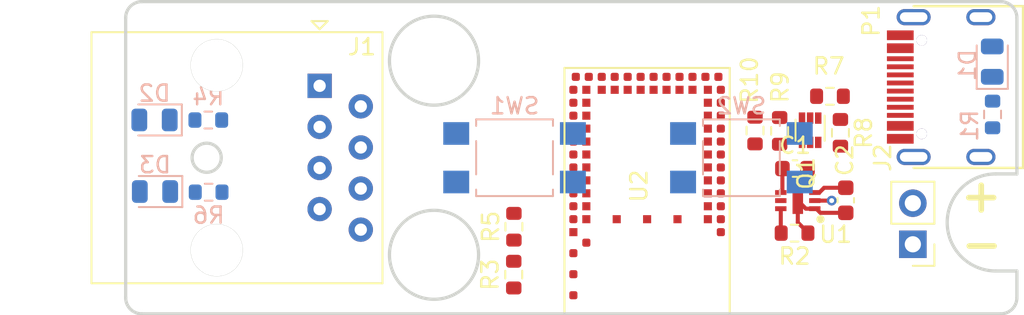
<source format=kicad_pcb>
(kicad_pcb (version 20171130) (host pcbnew "(5.1.10)-1")

  (general
    (thickness 0.8)
    (drawings 28)
    (tracks 20)
    (zones 0)
    (modules 23)
    (nets 86)
  )

  (page A4)
  (layers
    (0 F.Cu signal)
    (31 B.Cu signal)
    (32 B.Adhes user)
    (33 F.Adhes user)
    (34 B.Paste user)
    (35 F.Paste user)
    (36 B.SilkS user)
    (37 F.SilkS user)
    (38 B.Mask user)
    (39 F.Mask user)
    (40 Dwgs.User user)
    (41 Cmts.User user)
    (42 Eco1.User user)
    (43 Eco2.User user)
    (44 Edge.Cuts user)
    (45 Margin user)
    (46 B.CrtYd user)
    (47 F.CrtYd user)
    (48 B.Fab user hide)
    (49 F.Fab user hide)
  )

  (setup
    (last_trace_width 0.25)
    (user_trace_width 0.5)
    (trace_clearance 0.2)
    (zone_clearance 0.2)
    (zone_45_only yes)
    (trace_min 0.2)
    (via_size 0.8)
    (via_drill 0.4)
    (via_min_size 0.4)
    (via_min_drill 0.3)
    (user_via 0.6 0.3)
    (user_via 0.8 0.4)
    (user_via 1.5 0.5)
    (uvia_size 0.3)
    (uvia_drill 0.1)
    (uvias_allowed no)
    (uvia_min_size 0.2)
    (uvia_min_drill 0.1)
    (edge_width 0.05)
    (segment_width 0.2)
    (pcb_text_width 0.3)
    (pcb_text_size 1.5 1.5)
    (mod_edge_width 0.12)
    (mod_text_size 1 1)
    (mod_text_width 0.15)
    (pad_size 1.05 0.95)
    (pad_drill 0)
    (pad_to_mask_clearance 0.05)
    (aux_axis_origin 0 0)
    (visible_elements 7FFFFFFF)
    (pcbplotparams
      (layerselection 0x000c0_7ffffffe)
      (usegerberextensions false)
      (usegerberattributes true)
      (usegerberadvancedattributes true)
      (creategerberjobfile true)
      (excludeedgelayer false)
      (linewidth 0.100000)
      (plotframeref false)
      (viasonmask true)
      (mode 1)
      (useauxorigin false)
      (hpglpennumber 1)
      (hpglpenspeed 20)
      (hpglpendiameter 15.000000)
      (psnegative false)
      (psa4output false)
      (plotreference true)
      (plotvalue true)
      (plotinvisibletext false)
      (padsonsilk false)
      (subtractmaskfromsilk false)
      (outputformat 3)
      (mirror false)
      (drillshape 2)
      (scaleselection 1)
      (outputdirectory ""))
  )

  (net 0 "")
  (net 1 "Net-(J1-Pad6)")
  (net 2 "Net-(J1-Pad5)")
  (net 3 "Net-(J1-Pad4)")
  (net 4 "Net-(J1-Pad3)")
  (net 5 "Net-(J1-Pad2)")
  (net 6 GND)
  (net 7 VBUS)
  (net 8 +BATT)
  (net 9 "Net-(D1-Pad1)")
  (net 10 "Net-(D2-Pad1)")
  (net 11 "Net-(J1-Pad8)")
  (net 12 "Net-(J1-Pad7)")
  (net 13 "Net-(J1-Pad1)")
  (net 14 /STAT)
  (net 15 "Net-(R2-Pad2)")
  (net 16 /SCL)
  (net 17 /SDA)
  (net 18 "Net-(U1-Pad5)")
  (net 19 /SWDIO)
  (net 20 "Net-(U2-Pad2)")
  (net 21 /SWCLK)
  (net 22 "Net-(U2-Pad4)")
  (net 23 "Net-(U2-Pad5)")
  (net 24 "Net-(U2-Pad6)")
  (net 25 "Net-(U2-Pad7)")
  (net 26 "Net-(U2-Pad8)")
  (net 27 "Net-(U2-Pad9)")
  (net 28 "Net-(U2-Pad10)")
  (net 29 "Net-(U2-Pad11)")
  (net 30 "Net-(U2-Pad12)")
  (net 31 "Net-(U2-Pad13)")
  (net 32 "Net-(U2-Pad14)")
  (net 33 /D+)
  (net 34 "Net-(U2-Pad16)")
  (net 35 /D-)
  (net 36 "Net-(U2-Pad18)")
  (net 37 "Net-(U2-Pad19)")
  (net 38 "Net-(U2-Pad20)")
  (net 39 "Net-(U2-Pad21)")
  (net 40 "Net-(U2-Pad22)")
  (net 41 "Net-(U2-Pad24)")
  (net 42 "Net-(U2-Pad25)")
  (net 43 "Net-(U2-Pad27)")
  (net 44 "Net-(U2-Pad28)")
  (net 45 "Net-(U2-Pad29)")
  (net 46 "Net-(U2-Pad30)")
  (net 47 "Net-(U2-Pad31)")
  (net 48 "Net-(U2-Pad32)")
  (net 49 "Net-(U2-Pad34)")
  (net 50 "Net-(U2-Pad35)")
  (net 51 "Net-(U2-Pad36)")
  (net 52 "Net-(U2-Pad37)")
  (net 53 "Net-(U2-Pad38)")
  (net 54 "Net-(U2-Pad39)")
  (net 55 "Net-(U2-Pad41)")
  (net 56 "Net-(U2-Pad42)")
  (net 57 "Net-(U2-Pad44)")
  (net 58 "Net-(U2-Pad45)")
  (net 59 "Net-(U2-Pad46)")
  (net 60 "Net-(U2-Pad48)")
  (net 61 "Net-(U2-Pad49)")
  (net 62 "Net-(U2-Pad50)")
  (net 63 "Net-(U2-Pad51)")
  (net 64 "Net-(U2-Pad53)")
  (net 65 "Net-(U2-Pad54)")
  (net 66 "Net-(U2-Pad56)")
  (net 67 "Net-(U2-Pad57)")
  (net 68 "Net-(U2-Pad59)")
  (net 69 "Net-(U2-Pad60)")
  (net 70 "Net-(U2-Pad61)")
  (net 71 "Net-(U2-Pad62)")
  (net 72 "Net-(U2-Pad63)")
  (net 73 "Net-(U2-Pad64)")
  (net 74 "Net-(U2-Pad72)")
  (net 75 /CC2)
  (net 76 /CC1)
  (net 77 /SIO_X)
  (net 78 /SIO_Y)
  (net 79 "Net-(D3-Pad1)")
  (net 80 /SIO_Z)
  (net 81 /SIO_W)
  (net 82 "Net-(Q1-Pad3)")
  (net 83 "Net-(Q1-Pad4)")
  (net 84 "Net-(Q1-Pad2)")
  (net 85 "Net-(R10-Pad2)")

  (net_class Default "This is the default net class."
    (clearance 0.2)
    (trace_width 0.25)
    (via_dia 0.8)
    (via_drill 0.4)
    (uvia_dia 0.3)
    (uvia_drill 0.1)
    (add_net +BATT)
    (add_net /CC1)
    (add_net /CC2)
    (add_net /D+)
    (add_net /D-)
    (add_net /SCL)
    (add_net /SDA)
    (add_net /SIO_W)
    (add_net /SIO_X)
    (add_net /SIO_Y)
    (add_net /SIO_Z)
    (add_net /STAT)
    (add_net /SWCLK)
    (add_net /SWDIO)
    (add_net GND)
    (add_net "Net-(D1-Pad1)")
    (add_net "Net-(D2-Pad1)")
    (add_net "Net-(D3-Pad1)")
    (add_net "Net-(J1-Pad1)")
    (add_net "Net-(J1-Pad2)")
    (add_net "Net-(J1-Pad3)")
    (add_net "Net-(J1-Pad4)")
    (add_net "Net-(J1-Pad5)")
    (add_net "Net-(J1-Pad6)")
    (add_net "Net-(J1-Pad7)")
    (add_net "Net-(J1-Pad8)")
    (add_net "Net-(Q1-Pad2)")
    (add_net "Net-(Q1-Pad3)")
    (add_net "Net-(Q1-Pad4)")
    (add_net "Net-(R10-Pad2)")
    (add_net "Net-(R2-Pad2)")
    (add_net "Net-(U1-Pad5)")
    (add_net "Net-(U2-Pad10)")
    (add_net "Net-(U2-Pad11)")
    (add_net "Net-(U2-Pad12)")
    (add_net "Net-(U2-Pad13)")
    (add_net "Net-(U2-Pad14)")
    (add_net "Net-(U2-Pad16)")
    (add_net "Net-(U2-Pad18)")
    (add_net "Net-(U2-Pad19)")
    (add_net "Net-(U2-Pad2)")
    (add_net "Net-(U2-Pad20)")
    (add_net "Net-(U2-Pad21)")
    (add_net "Net-(U2-Pad22)")
    (add_net "Net-(U2-Pad24)")
    (add_net "Net-(U2-Pad25)")
    (add_net "Net-(U2-Pad27)")
    (add_net "Net-(U2-Pad28)")
    (add_net "Net-(U2-Pad29)")
    (add_net "Net-(U2-Pad30)")
    (add_net "Net-(U2-Pad31)")
    (add_net "Net-(U2-Pad32)")
    (add_net "Net-(U2-Pad34)")
    (add_net "Net-(U2-Pad35)")
    (add_net "Net-(U2-Pad36)")
    (add_net "Net-(U2-Pad37)")
    (add_net "Net-(U2-Pad38)")
    (add_net "Net-(U2-Pad39)")
    (add_net "Net-(U2-Pad4)")
    (add_net "Net-(U2-Pad41)")
    (add_net "Net-(U2-Pad42)")
    (add_net "Net-(U2-Pad44)")
    (add_net "Net-(U2-Pad45)")
    (add_net "Net-(U2-Pad46)")
    (add_net "Net-(U2-Pad48)")
    (add_net "Net-(U2-Pad49)")
    (add_net "Net-(U2-Pad5)")
    (add_net "Net-(U2-Pad50)")
    (add_net "Net-(U2-Pad51)")
    (add_net "Net-(U2-Pad53)")
    (add_net "Net-(U2-Pad54)")
    (add_net "Net-(U2-Pad56)")
    (add_net "Net-(U2-Pad57)")
    (add_net "Net-(U2-Pad59)")
    (add_net "Net-(U2-Pad6)")
    (add_net "Net-(U2-Pad60)")
    (add_net "Net-(U2-Pad61)")
    (add_net "Net-(U2-Pad62)")
    (add_net "Net-(U2-Pad63)")
    (add_net "Net-(U2-Pad64)")
    (add_net "Net-(U2-Pad7)")
    (add_net "Net-(U2-Pad72)")
    (add_net "Net-(U2-Pad8)")
    (add_net "Net-(U2-Pad9)")
    (add_net VBUS)
  )

  (module Resistor_SMD:R_0603_1608Metric (layer F.Cu) (tedit 5F68FEEE) (tstamp 614DC3B3)
    (at 158.99 108.47 90)
    (descr "Resistor SMD 0603 (1608 Metric), square (rectangular) end terminal, IPC_7351 nominal, (Body size source: IPC-SM-782 page 72, https://www.pcb-3d.com/wordpress/wp-content/uploads/ipc-sm-782a_amendment_1_and_2.pdf), generated with kicad-footprint-generator")
    (tags resistor)
    (path /61541C45)
    (attr smd)
    (fp_text reference R10 (at 3.12 -0.34 90) (layer F.SilkS)
      (effects (font (size 1 1) (thickness 0.15)))
    )
    (fp_text value 2K (at 0 1.43 90) (layer F.Fab)
      (effects (font (size 1 1) (thickness 0.15)))
    )
    (fp_line (start 1.48 0.73) (end -1.48 0.73) (layer F.CrtYd) (width 0.05))
    (fp_line (start 1.48 -0.73) (end 1.48 0.73) (layer F.CrtYd) (width 0.05))
    (fp_line (start -1.48 -0.73) (end 1.48 -0.73) (layer F.CrtYd) (width 0.05))
    (fp_line (start -1.48 0.73) (end -1.48 -0.73) (layer F.CrtYd) (width 0.05))
    (fp_line (start -0.237258 0.5225) (end 0.237258 0.5225) (layer F.SilkS) (width 0.12))
    (fp_line (start -0.237258 -0.5225) (end 0.237258 -0.5225) (layer F.SilkS) (width 0.12))
    (fp_line (start 0.8 0.4125) (end -0.8 0.4125) (layer F.Fab) (width 0.1))
    (fp_line (start 0.8 -0.4125) (end 0.8 0.4125) (layer F.Fab) (width 0.1))
    (fp_line (start -0.8 -0.4125) (end 0.8 -0.4125) (layer F.Fab) (width 0.1))
    (fp_line (start -0.8 0.4125) (end -0.8 -0.4125) (layer F.Fab) (width 0.1))
    (fp_text user %R (at 0 0 90) (layer F.Fab)
      (effects (font (size 0.4 0.4) (thickness 0.06)))
    )
    (pad 2 smd roundrect (at 0.825 0 90) (size 0.8 0.95) (layers F.Cu F.Paste F.Mask) (roundrect_rratio 0.25)
      (net 85 "Net-(R10-Pad2)"))
    (pad 1 smd roundrect (at -0.825 0 90) (size 0.8 0.95) (layers F.Cu F.Paste F.Mask) (roundrect_rratio 0.25)
      (net 6 GND))
    (model ${KISYS3DMOD}/Resistor_SMD.3dshapes/R_0603_1608Metric.wrl
      (at (xyz 0 0 0))
      (scale (xyz 1 1 1))
      (rotate (xyz 0 0 0))
    )
  )

  (module Resistor_SMD:R_0603_1608Metric (layer F.Cu) (tedit 5F68FEEE) (tstamp 614DC3A2)
    (at 160.51 108.49 270)
    (descr "Resistor SMD 0603 (1608 Metric), square (rectangular) end terminal, IPC_7351 nominal, (Body size source: IPC-SM-782 page 72, https://www.pcb-3d.com/wordpress/wp-content/uploads/ipc-sm-782a_amendment_1_and_2.pdf), generated with kicad-footprint-generator")
    (tags resistor)
    (path /6153F5CB)
    (attr smd)
    (fp_text reference R9 (at -2.7 -0.03 90) (layer F.SilkS)
      (effects (font (size 1 1) (thickness 0.15)))
    )
    (fp_text value 2K (at 0 1.43 90) (layer F.Fab)
      (effects (font (size 1 1) (thickness 0.15)))
    )
    (fp_line (start 1.48 0.73) (end -1.48 0.73) (layer F.CrtYd) (width 0.05))
    (fp_line (start 1.48 -0.73) (end 1.48 0.73) (layer F.CrtYd) (width 0.05))
    (fp_line (start -1.48 -0.73) (end 1.48 -0.73) (layer F.CrtYd) (width 0.05))
    (fp_line (start -1.48 0.73) (end -1.48 -0.73) (layer F.CrtYd) (width 0.05))
    (fp_line (start -0.237258 0.5225) (end 0.237258 0.5225) (layer F.SilkS) (width 0.12))
    (fp_line (start -0.237258 -0.5225) (end 0.237258 -0.5225) (layer F.SilkS) (width 0.12))
    (fp_line (start 0.8 0.4125) (end -0.8 0.4125) (layer F.Fab) (width 0.1))
    (fp_line (start 0.8 -0.4125) (end 0.8 0.4125) (layer F.Fab) (width 0.1))
    (fp_line (start -0.8 -0.4125) (end 0.8 -0.4125) (layer F.Fab) (width 0.1))
    (fp_line (start -0.8 0.4125) (end -0.8 -0.4125) (layer F.Fab) (width 0.1))
    (fp_text user %R (at 0 0 90) (layer F.Fab)
      (effects (font (size 0.4 0.4) (thickness 0.06)))
    )
    (pad 2 smd roundrect (at 0.825 0 270) (size 0.8 0.95) (layers F.Cu F.Paste F.Mask) (roundrect_rratio 0.25)
      (net 83 "Net-(Q1-Pad4)"))
    (pad 1 smd roundrect (at -0.825 0 270) (size 0.8 0.95) (layers F.Cu F.Paste F.Mask) (roundrect_rratio 0.25)
      (net 85 "Net-(R10-Pad2)"))
    (model ${KISYS3DMOD}/Resistor_SMD.3dshapes/R_0603_1608Metric.wrl
      (at (xyz 0 0 0))
      (scale (xyz 1 1 1))
      (rotate (xyz 0 0 0))
    )
  )

  (module Resistor_SMD:R_0603_1608Metric (layer F.Cu) (tedit 5F68FEEE) (tstamp 614DC391)
    (at 164.26 108.61 270)
    (descr "Resistor SMD 0603 (1608 Metric), square (rectangular) end terminal, IPC_7351 nominal, (Body size source: IPC-SM-782 page 72, https://www.pcb-3d.com/wordpress/wp-content/uploads/ipc-sm-782a_amendment_1_and_2.pdf), generated with kicad-footprint-generator")
    (tags resistor)
    (path /61539AAC)
    (attr smd)
    (fp_text reference R8 (at 0 -1.43 90) (layer F.SilkS)
      (effects (font (size 1 1) (thickness 0.15)))
    )
    (fp_text value 2K (at 0 1.43 90) (layer F.Fab)
      (effects (font (size 1 1) (thickness 0.15)))
    )
    (fp_line (start 1.48 0.73) (end -1.48 0.73) (layer F.CrtYd) (width 0.05))
    (fp_line (start 1.48 -0.73) (end 1.48 0.73) (layer F.CrtYd) (width 0.05))
    (fp_line (start -1.48 -0.73) (end 1.48 -0.73) (layer F.CrtYd) (width 0.05))
    (fp_line (start -1.48 0.73) (end -1.48 -0.73) (layer F.CrtYd) (width 0.05))
    (fp_line (start -0.237258 0.5225) (end 0.237258 0.5225) (layer F.SilkS) (width 0.12))
    (fp_line (start -0.237258 -0.5225) (end 0.237258 -0.5225) (layer F.SilkS) (width 0.12))
    (fp_line (start 0.8 0.4125) (end -0.8 0.4125) (layer F.Fab) (width 0.1))
    (fp_line (start 0.8 -0.4125) (end 0.8 0.4125) (layer F.Fab) (width 0.1))
    (fp_line (start -0.8 -0.4125) (end 0.8 -0.4125) (layer F.Fab) (width 0.1))
    (fp_line (start -0.8 0.4125) (end -0.8 -0.4125) (layer F.Fab) (width 0.1))
    (fp_text user %R (at 0 0 90) (layer F.Fab)
      (effects (font (size 0.4 0.4) (thickness 0.06)))
    )
    (pad 2 smd roundrect (at 0.825 0 270) (size 0.8 0.95) (layers F.Cu F.Paste F.Mask) (roundrect_rratio 0.25)
      (net 8 +BATT))
    (pad 1 smd roundrect (at -0.825 0 270) (size 0.8 0.95) (layers F.Cu F.Paste F.Mask) (roundrect_rratio 0.25)
      (net 82 "Net-(Q1-Pad3)"))
    (model ${KISYS3DMOD}/Resistor_SMD.3dshapes/R_0603_1608Metric.wrl
      (at (xyz 0 0 0))
      (scale (xyz 1 1 1))
      (rotate (xyz 0 0 0))
    )
  )

  (module Resistor_SMD:R_0603_1608Metric (layer F.Cu) (tedit 5F68FEEE) (tstamp 614DC380)
    (at 163.615 106.35 180)
    (descr "Resistor SMD 0603 (1608 Metric), square (rectangular) end terminal, IPC_7351 nominal, (Body size source: IPC-SM-782 page 72, https://www.pcb-3d.com/wordpress/wp-content/uploads/ipc-sm-782a_amendment_1_and_2.pdf), generated with kicad-footprint-generator")
    (tags resistor)
    (path /6152ECCF)
    (attr smd)
    (fp_text reference R7 (at 0.075 1.86) (layer F.SilkS)
      (effects (font (size 1 1) (thickness 0.15)))
    )
    (fp_text value 2K (at 0 1.43) (layer F.Fab)
      (effects (font (size 1 1) (thickness 0.15)))
    )
    (fp_line (start 1.48 0.73) (end -1.48 0.73) (layer F.CrtYd) (width 0.05))
    (fp_line (start 1.48 -0.73) (end 1.48 0.73) (layer F.CrtYd) (width 0.05))
    (fp_line (start -1.48 -0.73) (end 1.48 -0.73) (layer F.CrtYd) (width 0.05))
    (fp_line (start -1.48 0.73) (end -1.48 -0.73) (layer F.CrtYd) (width 0.05))
    (fp_line (start -0.237258 0.5225) (end 0.237258 0.5225) (layer F.SilkS) (width 0.12))
    (fp_line (start -0.237258 -0.5225) (end 0.237258 -0.5225) (layer F.SilkS) (width 0.12))
    (fp_line (start 0.8 0.4125) (end -0.8 0.4125) (layer F.Fab) (width 0.1))
    (fp_line (start 0.8 -0.4125) (end 0.8 0.4125) (layer F.Fab) (width 0.1))
    (fp_line (start -0.8 -0.4125) (end 0.8 -0.4125) (layer F.Fab) (width 0.1))
    (fp_line (start -0.8 0.4125) (end -0.8 -0.4125) (layer F.Fab) (width 0.1))
    (fp_text user %R (at 0 0) (layer F.Fab)
      (effects (font (size 0.4 0.4) (thickness 0.06)))
    )
    (pad 2 smd roundrect (at 0.825 0 180) (size 0.8 0.95) (layers F.Cu F.Paste F.Mask) (roundrect_rratio 0.25)
      (net 84 "Net-(Q1-Pad2)"))
    (pad 1 smd roundrect (at -0.825 0 180) (size 0.8 0.95) (layers F.Cu F.Paste F.Mask) (roundrect_rratio 0.25)
      (net 6 GND))
    (model ${KISYS3DMOD}/Resistor_SMD.3dshapes/R_0603_1608Metric.wrl
      (at (xyz 0 0 0))
      (scale (xyz 1 1 1))
      (rotate (xyz 0 0 0))
    )
  )

  (module Package_TO_SOT_SMD:SOT-563 (layer F.Cu) (tedit 5B089930) (tstamp 614DC2AF)
    (at 162.39 108.45 270)
    (descr SOT563)
    (tags SOT-563)
    (path /615319B1)
    (attr smd)
    (fp_text reference Q1 (at 2.67 0.25 90) (layer F.SilkS)
      (effects (font (size 1 1) (thickness 0.15)))
    )
    (fp_text value DMC2400UV (at 0 1.75 90) (layer F.Fab)
      (effects (font (size 1 1) (thickness 0.15)))
    )
    (fp_line (start 1.35 1.1) (end -1.35 1.1) (layer F.CrtYd) (width 0.05))
    (fp_line (start 1.35 1.1) (end 1.35 -1.1) (layer F.CrtYd) (width 0.05))
    (fp_line (start -1.35 -1.1) (end -1.35 1.1) (layer F.CrtYd) (width 0.05))
    (fp_line (start -1.35 -1.1) (end 1.35 -1.1) (layer F.CrtYd) (width 0.05))
    (fp_line (start 0.65 -0.85) (end -0.3 -0.85) (layer F.Fab) (width 0.1))
    (fp_line (start 0.65 0.85) (end 0.65 -0.85) (layer F.Fab) (width 0.1))
    (fp_line (start -0.65 0.85) (end 0.65 0.85) (layer F.Fab) (width 0.1))
    (fp_line (start -0.65 -0.5) (end -0.65 0.85) (layer F.Fab) (width 0.1))
    (fp_line (start -0.9 -0.9) (end 0.65 -0.9) (layer F.SilkS) (width 0.12))
    (fp_line (start 0.65 0.9) (end -0.65 0.9) (layer F.SilkS) (width 0.12))
    (fp_line (start -0.65 -0.5) (end -0.3 -0.85) (layer F.Fab) (width 0.1))
    (fp_text user %R (at 0 0) (layer F.Fab)
      (effects (font (size 0.4 0.4) (thickness 0.0625)))
    )
    (pad 5 smd rect (at 0.75 0 270) (size 0.7 0.4) (layers F.Cu F.Paste F.Mask)
      (net 82 "Net-(Q1-Pad3)"))
    (pad 4 smd rect (at 0.75 0.5 270) (size 0.7 0.4) (layers F.Cu F.Paste F.Mask)
      (net 83 "Net-(Q1-Pad4)"))
    (pad 2 smd rect (at -0.75 0 270) (size 0.7 0.4) (layers F.Cu F.Paste F.Mask)
      (net 84 "Net-(Q1-Pad2)"))
    (pad 6 smd rect (at 0.75 -0.5 270) (size 0.7 0.4) (layers F.Cu F.Paste F.Mask)
      (net 8 +BATT))
    (pad 3 smd rect (at -0.75 0.5 270) (size 0.7 0.4) (layers F.Cu F.Paste F.Mask)
      (net 82 "Net-(Q1-Pad3)"))
    (pad 1 smd rect (at -0.75 -0.5 270) (size 0.7 0.4) (layers F.Cu F.Paste F.Mask)
      (net 6 GND))
    (model ${KISYS3DMOD}/Package_TO_SOT_SMD.3dshapes/SOT-563.wrl
      (at (xyz 0 0 0))
      (scale (xyz 1 1 1))
      (rotate (xyz 0 0 0))
    )
  )

  (module Connector_PinHeader_2.54mm:PinHeader_1x02_P2.54mm_Vertical (layer F.Cu) (tedit 59FED5CC) (tstamp 614DA61D)
    (at 168.73 115.5 180)
    (descr "Through hole straight pin header, 1x02, 2.54mm pitch, single row")
    (tags "Through hole pin header THT 1x02 2.54mm single row")
    (path /61505AE0)
    (fp_text reference J2 (at 1.86 5.35 270) (layer F.SilkS)
      (effects (font (size 1 1) (thickness 0.15)))
    )
    (fp_text value Battery (at 0 4.87) (layer F.Fab)
      (effects (font (size 1 1) (thickness 0.15)))
    )
    (fp_line (start 1.8 -1.8) (end -1.8 -1.8) (layer F.CrtYd) (width 0.05))
    (fp_line (start 1.8 4.35) (end 1.8 -1.8) (layer F.CrtYd) (width 0.05))
    (fp_line (start -1.8 4.35) (end 1.8 4.35) (layer F.CrtYd) (width 0.05))
    (fp_line (start -1.8 -1.8) (end -1.8 4.35) (layer F.CrtYd) (width 0.05))
    (fp_line (start -1.33 -1.33) (end 0 -1.33) (layer F.SilkS) (width 0.12))
    (fp_line (start -1.33 0) (end -1.33 -1.33) (layer F.SilkS) (width 0.12))
    (fp_line (start -1.33 1.27) (end 1.33 1.27) (layer F.SilkS) (width 0.12))
    (fp_line (start 1.33 1.27) (end 1.33 3.87) (layer F.SilkS) (width 0.12))
    (fp_line (start -1.33 1.27) (end -1.33 3.87) (layer F.SilkS) (width 0.12))
    (fp_line (start -1.33 3.87) (end 1.33 3.87) (layer F.SilkS) (width 0.12))
    (fp_line (start -1.27 -0.635) (end -0.635 -1.27) (layer F.Fab) (width 0.1))
    (fp_line (start -1.27 3.81) (end -1.27 -0.635) (layer F.Fab) (width 0.1))
    (fp_line (start 1.27 3.81) (end -1.27 3.81) (layer F.Fab) (width 0.1))
    (fp_line (start 1.27 -1.27) (end 1.27 3.81) (layer F.Fab) (width 0.1))
    (fp_line (start -0.635 -1.27) (end 1.27 -1.27) (layer F.Fab) (width 0.1))
    (fp_text user %R (at 0 1.27 90) (layer F.Fab)
      (effects (font (size 1 1) (thickness 0.15)))
    )
    (pad 2 thru_hole oval (at 0 2.54 180) (size 1.7 1.7) (drill 1) (layers *.Cu *.Mask)
      (net 8 +BATT))
    (pad 1 thru_hole rect (at 0 0 180) (size 1.7 1.7) (drill 1) (layers *.Cu *.Mask)
      (net 6 GND))
    (model ${KISYS3DMOD}/Connector_PinHeader_2.54mm.3dshapes/PinHeader_1x02_P2.54mm_Vertical.wrl
      (at (xyz 0 0 0))
      (scale (xyz 1 1 1))
      (rotate (xyz 0 0 0))
    )
  )

  (module Resistor_SMD:R_0603_1608Metric (layer B.Cu) (tedit 5F68FEEE) (tstamp 614D35C3)
    (at 125.27 112.28)
    (descr "Resistor SMD 0603 (1608 Metric), square (rectangular) end terminal, IPC_7351 nominal, (Body size source: IPC-SM-782 page 72, https://www.pcb-3d.com/wordpress/wp-content/uploads/ipc-sm-782a_amendment_1_and_2.pdf), generated with kicad-footprint-generator")
    (tags resistor)
    (path /614F7B1A)
    (attr smd)
    (fp_text reference R6 (at 0 1.43) (layer B.SilkS)
      (effects (font (size 1 1) (thickness 0.15)) (justify mirror))
    )
    (fp_text value 2K (at 0 -1.43) (layer B.Fab)
      (effects (font (size 1 1) (thickness 0.15)) (justify mirror))
    )
    (fp_line (start 1.48 -0.73) (end -1.48 -0.73) (layer B.CrtYd) (width 0.05))
    (fp_line (start 1.48 0.73) (end 1.48 -0.73) (layer B.CrtYd) (width 0.05))
    (fp_line (start -1.48 0.73) (end 1.48 0.73) (layer B.CrtYd) (width 0.05))
    (fp_line (start -1.48 -0.73) (end -1.48 0.73) (layer B.CrtYd) (width 0.05))
    (fp_line (start -0.237258 -0.5225) (end 0.237258 -0.5225) (layer B.SilkS) (width 0.12))
    (fp_line (start -0.237258 0.5225) (end 0.237258 0.5225) (layer B.SilkS) (width 0.12))
    (fp_line (start 0.8 -0.4125) (end -0.8 -0.4125) (layer B.Fab) (width 0.1))
    (fp_line (start 0.8 0.4125) (end 0.8 -0.4125) (layer B.Fab) (width 0.1))
    (fp_line (start -0.8 0.4125) (end 0.8 0.4125) (layer B.Fab) (width 0.1))
    (fp_line (start -0.8 -0.4125) (end -0.8 0.4125) (layer B.Fab) (width 0.1))
    (fp_text user %R (at 0 0) (layer B.Fab)
      (effects (font (size 0.4 0.4) (thickness 0.06)) (justify mirror))
    )
    (pad 2 smd roundrect (at 0.825 0) (size 0.8 0.95) (layers B.Cu B.Paste B.Mask) (roundrect_rratio 0.25)
      (net 79 "Net-(D3-Pad1)"))
    (pad 1 smd roundrect (at -0.825 0) (size 0.8 0.95) (layers B.Cu B.Paste B.Mask) (roundrect_rratio 0.25)
      (net 81 /SIO_W))
    (model ${KISYS3DMOD}/Resistor_SMD.3dshapes/R_0603_1608Metric.wrl
      (at (xyz 0 0 0))
      (scale (xyz 1 1 1))
      (rotate (xyz 0 0 0))
    )
  )

  (module LED_SMD:LED_0805_2012Metric (layer B.Cu) (tedit 5F68FEF1) (tstamp 614D34A6)
    (at 121.96 112.24 180)
    (descr "LED SMD 0805 (2012 Metric), square (rectangular) end terminal, IPC_7351 nominal, (Body size source: https://docs.google.com/spreadsheets/d/1BsfQQcO9C6DZCsRaXUlFlo91Tg2WpOkGARC1WS5S8t0/edit?usp=sharing), generated with kicad-footprint-generator")
    (tags LED)
    (path /614F7956)
    (attr smd)
    (fp_text reference D3 (at 0 1.65) (layer B.SilkS)
      (effects (font (size 1 1) (thickness 0.15)) (justify mirror))
    )
    (fp_text value RED (at 0 -1.65) (layer B.Fab)
      (effects (font (size 1 1) (thickness 0.15)) (justify mirror))
    )
    (fp_line (start 1.68 -0.95) (end -1.68 -0.95) (layer B.CrtYd) (width 0.05))
    (fp_line (start 1.68 0.95) (end 1.68 -0.95) (layer B.CrtYd) (width 0.05))
    (fp_line (start -1.68 0.95) (end 1.68 0.95) (layer B.CrtYd) (width 0.05))
    (fp_line (start -1.68 -0.95) (end -1.68 0.95) (layer B.CrtYd) (width 0.05))
    (fp_line (start -1.685 -0.96) (end 1 -0.96) (layer B.SilkS) (width 0.12))
    (fp_line (start -1.685 0.96) (end -1.685 -0.96) (layer B.SilkS) (width 0.12))
    (fp_line (start 1 0.96) (end -1.685 0.96) (layer B.SilkS) (width 0.12))
    (fp_line (start 1 -0.6) (end 1 0.6) (layer B.Fab) (width 0.1))
    (fp_line (start -1 -0.6) (end 1 -0.6) (layer B.Fab) (width 0.1))
    (fp_line (start -1 0.3) (end -1 -0.6) (layer B.Fab) (width 0.1))
    (fp_line (start -0.7 0.6) (end -1 0.3) (layer B.Fab) (width 0.1))
    (fp_line (start 1 0.6) (end -0.7 0.6) (layer B.Fab) (width 0.1))
    (fp_text user %R (at 0 0) (layer B.Fab)
      (effects (font (size 0.5 0.5) (thickness 0.08)) (justify mirror))
    )
    (pad 2 smd roundrect (at 0.9375 0 180) (size 0.975 1.4) (layers B.Cu B.Paste B.Mask) (roundrect_rratio 0.25)
      (net 8 +BATT))
    (pad 1 smd roundrect (at -0.9375 0 180) (size 0.975 1.4) (layers B.Cu B.Paste B.Mask) (roundrect_rratio 0.25)
      (net 79 "Net-(D3-Pad1)"))
    (model ${KISYS3DMOD}/LED_SMD.3dshapes/LED_0805_2012Metric.wrl
      (at (xyz 0 0 0))
      (scale (xyz 1 1 1))
      (rotate (xyz 0 0 0))
    )
  )

  (module Button_Switch_SMD:SW_SPST_TL3305A locked (layer B.Cu) (tedit 5ABC3A97) (tstamp 614D266E)
    (at 158.15 110.15 180)
    (descr https://www.e-switch.com/system/asset/product_line/data_sheet/213/TL3305.pdf)
    (tags "TL3305 Series Tact Switch")
    (path /614D5A52)
    (attr smd)
    (fp_text reference SW2 (at 0 3.2) (layer B.SilkS)
      (effects (font (size 1 1) (thickness 0.15)) (justify mirror))
    )
    (fp_text value SW_Push (at 0 -3.2) (layer B.Fab)
      (effects (font (size 1 1) (thickness 0.15)) (justify mirror))
    )
    (fp_line (start -4.65 2.5) (end 4.65 2.5) (layer B.CrtYd) (width 0.05))
    (fp_line (start -4.65 -2.5) (end -4.65 2.5) (layer B.CrtYd) (width 0.05))
    (fp_line (start 4.65 -2.5) (end -4.65 -2.5) (layer B.CrtYd) (width 0.05))
    (fp_line (start 4.65 2.5) (end 4.65 -2.5) (layer B.CrtYd) (width 0.05))
    (fp_line (start -2.37 -1.03) (end -2.37 1.03) (layer B.SilkS) (width 0.12))
    (fp_line (start 2.37 -1.03) (end 2.37 1.03) (layer B.SilkS) (width 0.12))
    (fp_line (start 2.37 -2.37) (end 2.37 -1.97) (layer B.SilkS) (width 0.12))
    (fp_line (start -2.37 -2.37) (end 2.37 -2.37) (layer B.SilkS) (width 0.12))
    (fp_line (start -2.37 -2.37) (end -2.37 -1.97) (layer B.SilkS) (width 0.12))
    (fp_line (start 2.37 2.37) (end 2.37 1.97) (layer B.SilkS) (width 0.12))
    (fp_line (start -2.37 2.37) (end -2.37 1.97) (layer B.SilkS) (width 0.12))
    (fp_line (start -2.37 2.37) (end 2.37 2.37) (layer B.SilkS) (width 0.12))
    (fp_line (start -2.25 2.25) (end 2.25 2.25) (layer B.Fab) (width 0.1))
    (fp_line (start 2.25 2.25) (end 2.25 -2.25) (layer B.Fab) (width 0.1))
    (fp_line (start 2.25 -2.25) (end -2.25 -2.25) (layer B.Fab) (width 0.1))
    (fp_line (start -2.25 -2.25) (end -2.25 2.25) (layer B.Fab) (width 0.1))
    (fp_circle (center 0 0) (end 1.25 0) (layer B.Fab) (width 0.1))
    (fp_line (start 2.25 1.15) (end 3.75 1.15) (layer B.Fab) (width 0.1))
    (fp_line (start 3.75 1.15) (end 3.75 1.85) (layer B.Fab) (width 0.1))
    (fp_line (start 3.75 1.85) (end 2.25 1.85) (layer B.Fab) (width 0.1))
    (fp_line (start 2.25 -1.15) (end 3.75 -1.15) (layer B.Fab) (width 0.1))
    (fp_line (start 3.75 -1.15) (end 3.75 -1.85) (layer B.Fab) (width 0.1))
    (fp_line (start 3.75 -1.85) (end 2.25 -1.85) (layer B.Fab) (width 0.1))
    (fp_line (start -2.25 1.85) (end -3.75 1.85) (layer B.Fab) (width 0.1))
    (fp_line (start -3.75 1.85) (end -3.75 1.15) (layer B.Fab) (width 0.1))
    (fp_line (start -3.75 1.15) (end -2.25 1.15) (layer B.Fab) (width 0.1))
    (fp_line (start -2.25 -1.15) (end -3.75 -1.15) (layer B.Fab) (width 0.1))
    (fp_line (start -3.75 -1.15) (end -3.75 -1.85) (layer B.Fab) (width 0.1))
    (fp_line (start -3.75 -1.85) (end -2.25 -1.85) (layer B.Fab) (width 0.1))
    (fp_line (start 3 1.85) (end 3 1.15) (layer B.Fab) (width 0.1))
    (fp_line (start 3 -1.15) (end 3 -1.85) (layer B.Fab) (width 0.1))
    (fp_line (start -3 1.85) (end -3 1.15) (layer B.Fab) (width 0.1))
    (fp_line (start -3 -1.15) (end -3 -1.85) (layer B.Fab) (width 0.1))
    (fp_text user %R (at 0 0) (layer B.Fab)
      (effects (font (size 0.5 0.5) (thickness 0.075)) (justify mirror))
    )
    (pad 2 smd rect (at -3.6 -1.5 180) (size 1.6 1.4) (layers B.Cu B.Paste B.Mask)
      (net 6 GND))
    (pad 2 smd rect (at 3.6 -1.5 180) (size 1.6 1.4) (layers B.Cu B.Paste B.Mask)
      (net 6 GND))
    (pad 1 smd rect (at -3.6 1.5 180) (size 1.6 1.4) (layers B.Cu B.Paste B.Mask)
      (net 78 /SIO_Y))
    (pad 1 smd rect (at 3.6 1.5 180) (size 1.6 1.4) (layers B.Cu B.Paste B.Mask)
      (net 78 /SIO_Y))
    (model ${KIPRJMOD}/Controller.pretty/3D/TL3305AF160QG.stp
      (at (xyz 0 0 0))
      (scale (xyz 1 1 1))
      (rotate (xyz 0 0 0))
    )
  )

  (module Button_Switch_SMD:SW_SPST_TL3305A locked (layer B.Cu) (tedit 5ABC3A97) (tstamp 614D24D4)
    (at 144.15 110.15 180)
    (descr https://www.e-switch.com/system/asset/product_line/data_sheet/213/TL3305.pdf)
    (tags "TL3305 Series Tact Switch")
    (path /614DB8B5)
    (attr smd)
    (fp_text reference SW1 (at 0 3.2) (layer B.SilkS)
      (effects (font (size 1 1) (thickness 0.15)) (justify mirror))
    )
    (fp_text value SW_Push (at 0 -3.2) (layer B.Fab)
      (effects (font (size 1 1) (thickness 0.15)) (justify mirror))
    )
    (fp_line (start -4.65 2.5) (end 4.65 2.5) (layer B.CrtYd) (width 0.05))
    (fp_line (start -4.65 -2.5) (end -4.65 2.5) (layer B.CrtYd) (width 0.05))
    (fp_line (start 4.65 -2.5) (end -4.65 -2.5) (layer B.CrtYd) (width 0.05))
    (fp_line (start 4.65 2.5) (end 4.65 -2.5) (layer B.CrtYd) (width 0.05))
    (fp_line (start -2.37 -1.03) (end -2.37 1.03) (layer B.SilkS) (width 0.12))
    (fp_line (start 2.37 -1.03) (end 2.37 1.03) (layer B.SilkS) (width 0.12))
    (fp_line (start 2.37 -2.37) (end 2.37 -1.97) (layer B.SilkS) (width 0.12))
    (fp_line (start -2.37 -2.37) (end 2.37 -2.37) (layer B.SilkS) (width 0.12))
    (fp_line (start -2.37 -2.37) (end -2.37 -1.97) (layer B.SilkS) (width 0.12))
    (fp_line (start 2.37 2.37) (end 2.37 1.97) (layer B.SilkS) (width 0.12))
    (fp_line (start -2.37 2.37) (end -2.37 1.97) (layer B.SilkS) (width 0.12))
    (fp_line (start -2.37 2.37) (end 2.37 2.37) (layer B.SilkS) (width 0.12))
    (fp_line (start -2.25 2.25) (end 2.25 2.25) (layer B.Fab) (width 0.1))
    (fp_line (start 2.25 2.25) (end 2.25 -2.25) (layer B.Fab) (width 0.1))
    (fp_line (start 2.25 -2.25) (end -2.25 -2.25) (layer B.Fab) (width 0.1))
    (fp_line (start -2.25 -2.25) (end -2.25 2.25) (layer B.Fab) (width 0.1))
    (fp_circle (center 0 0) (end 1.25 0) (layer B.Fab) (width 0.1))
    (fp_line (start 2.25 1.15) (end 3.75 1.15) (layer B.Fab) (width 0.1))
    (fp_line (start 3.75 1.15) (end 3.75 1.85) (layer B.Fab) (width 0.1))
    (fp_line (start 3.75 1.85) (end 2.25 1.85) (layer B.Fab) (width 0.1))
    (fp_line (start 2.25 -1.15) (end 3.75 -1.15) (layer B.Fab) (width 0.1))
    (fp_line (start 3.75 -1.15) (end 3.75 -1.85) (layer B.Fab) (width 0.1))
    (fp_line (start 3.75 -1.85) (end 2.25 -1.85) (layer B.Fab) (width 0.1))
    (fp_line (start -2.25 1.85) (end -3.75 1.85) (layer B.Fab) (width 0.1))
    (fp_line (start -3.75 1.85) (end -3.75 1.15) (layer B.Fab) (width 0.1))
    (fp_line (start -3.75 1.15) (end -2.25 1.15) (layer B.Fab) (width 0.1))
    (fp_line (start -2.25 -1.15) (end -3.75 -1.15) (layer B.Fab) (width 0.1))
    (fp_line (start -3.75 -1.15) (end -3.75 -1.85) (layer B.Fab) (width 0.1))
    (fp_line (start -3.75 -1.85) (end -2.25 -1.85) (layer B.Fab) (width 0.1))
    (fp_line (start 3 1.85) (end 3 1.15) (layer B.Fab) (width 0.1))
    (fp_line (start 3 -1.15) (end 3 -1.85) (layer B.Fab) (width 0.1))
    (fp_line (start -3 1.85) (end -3 1.15) (layer B.Fab) (width 0.1))
    (fp_line (start -3 -1.15) (end -3 -1.85) (layer B.Fab) (width 0.1))
    (fp_text user %R (at 0 0) (layer B.Fab)
      (effects (font (size 0.5 0.5) (thickness 0.075)) (justify mirror))
    )
    (pad 2 smd rect (at -3.6 -1.5 180) (size 1.6 1.4) (layers B.Cu B.Paste B.Mask)
      (net 6 GND))
    (pad 2 smd rect (at 3.6 -1.5 180) (size 1.6 1.4) (layers B.Cu B.Paste B.Mask)
      (net 6 GND))
    (pad 1 smd rect (at -3.6 1.5 180) (size 1.6 1.4) (layers B.Cu B.Paste B.Mask)
      (net 77 /SIO_X))
    (pad 1 smd rect (at 3.6 1.5 180) (size 1.6 1.4) (layers B.Cu B.Paste B.Mask)
      (net 77 /SIO_X))
    (model ${KIPRJMOD}/Controller.pretty/3D/TL3305AF160QG.stp
      (at (xyz 0 0 0))
      (scale (xyz 1 1 1))
      (rotate (xyz 0 0 0))
    )
  )

  (module Connectors:C393939 (layer F.Cu) (tedit 5E24F8B5) (tstamp 614DBBF3)
    (at 168.78 105.78 90)
    (path /614CD575)
    (fp_text reference P1 (at 4.09 -2.62 90) (layer F.SilkS)
      (effects (font (size 1 1) (thickness 0.15)))
    )
    (fp_text value USB_C_Plug_USB2.0 (at 9.7 -0.9 90) (layer F.Fab)
      (effects (font (size 1 1) (thickness 0.15)))
    )
    (fp_line (start -5 6.75) (end 5 6.75) (layer F.SilkS) (width 0.15))
    (fp_line (start 5 6.75) (end 5 0) (layer F.SilkS) (width 0.15))
    (fp_line (start -5 0) (end -5 6.75) (layer F.SilkS) (width 0.15))
    (pad B5 smd rect (at 1.75 -0.825 90) (size 0.3 1.65) (layers F.Cu F.Paste F.Mask)
      (net 75 /CC2))
    (pad B8 smd rect (at 1.25 -0.825 90) (size 0.3 1.65) (layers F.Cu F.Paste F.Mask))
    (pad A6 smd rect (at 0.75 -0.825 90) (size 0.3 1.65) (layers F.Cu F.Paste F.Mask)
      (net 33 /D+))
    (pad A7 smd rect (at 0.25 -0.825 90) (size 0.3 1.65) (layers F.Cu F.Paste F.Mask)
      (net 35 /D-))
    (pad A6 smd rect (at -0.25 -0.825 90) (size 0.3 1.65) (layers F.Cu F.Paste F.Mask)
      (net 33 /D+))
    (pad A7 smd rect (at -0.75 -0.825 90) (size 0.3 1.65) (layers F.Cu F.Paste F.Mask)
      (net 35 /D-))
    (pad A5 smd rect (at -1.25 -0.825 90) (size 0.3 1.65) (layers F.Cu F.Paste F.Mask)
      (net 76 /CC1))
    (pad A8 smd rect (at -1.75 -0.825 90) (size 0.3 1.65) (layers F.Cu F.Paste F.Mask))
    (pad A4 smd rect (at 2.4 -0.825 90) (size 0.6 1.65) (layers F.Cu F.Paste F.Mask)
      (net 7 VBUS))
    (pad A4 smd rect (at -2.4 -0.825 90) (size 0.6 1.65) (layers F.Cu F.Paste F.Mask)
      (net 7 VBUS))
    (pad A1 smd rect (at 3.2 -0.825 90) (size 0.6 1.65) (layers F.Cu F.Paste F.Mask)
      (net 6 GND))
    (pad A1 smd rect (at -3.2 -0.825 90) (size 0.6 1.65) (layers F.Cu F.Paste F.Mask)
      (net 6 GND))
    (pad "" thru_hole circle (at 2.89 0.5 90) (size 0.65 0.65) (drill 0.65) (layers *.Cu *.Mask))
    (pad "" thru_hole circle (at -2.89 0.5 90) (size 0.65 0.65) (drill 0.65) (layers *.Cu *.Mask))
    (pad S1 thru_hole oval (at 4.32 4.15 90) (size 1 1.8) (drill oval 0.6 1.4) (layers *.Cu *.Mask)
      (net 6 GND))
    (pad S1 thru_hole oval (at -4.32 4.15 90) (size 1 1.8) (drill oval 0.6 1.4) (layers *.Cu *.Mask)
      (net 6 GND))
    (pad S1 thru_hole oval (at 4.32 0 90) (size 1 2.1) (drill oval 0.6 1.7) (layers *.Cu *.Mask)
      (net 6 GND))
    (pad S1 thru_hole oval (at -4.32 0 90) (size 1 2.1) (drill oval 0.6 1.7) (layers *.Cu *.Mask)
      (net 6 GND))
    (model "${KICAD_EC}/Connectors.pretty/3D/HRO  TYPE-C-31-M-12.step"
      (offset (xyz -4.5 -6.75 0))
      (scale (xyz 1 1 1))
      (rotate (xyz -90 0 0))
    )
  )

  (module Controller:BL653_v5 (layer F.Cu) (tedit 6148B6B7) (tstamp 614DAE51)
    (at 152.33 111.9 270)
    (path /614AEB76)
    (fp_text reference U2 (at 0 0.5 90) (layer F.SilkS)
      (effects (font (size 1 1) (thickness 0.15)))
    )
    (fp_text value BL653 (at 0 -0.5 90) (layer F.Fab)
      (effects (font (size 1 1) (thickness 0.15)))
    )
    (fp_line (start 7.9 5.1) (end 7.9 -5.1) (layer F.SilkS) (width 0.127))
    (fp_line (start -7.300003 -5.1) (end -7.3 5.1) (layer F.SilkS) (width 0.127))
    (fp_line (start -7.300003 -5.1) (end 7.9 -5.1) (layer F.SilkS) (width 0.127))
    (fp_line (start -7.3 5.1) (end 7.9 5.1) (layer F.SilkS) (width 0.127))
    (pad 0 smd rect (at 2.850002 4.55) (size 0.5 0.5) (layers F.Cu F.Paste F.Mask)
      (net 6 GND) (solder_mask_margin 0.0508))
    (pad 1 smd roundrect (at 2.050002 4.55) (size 0.5 0.5) (layers F.Cu F.Paste F.Mask) (roundrect_rratio 0.25)
      (net 19 /SWDIO) (solder_mask_margin 0.0508))
    (pad 2 smd rect (at 2.050002 3.75 270) (size 0.5 0.5) (layers F.Cu F.Paste F.Mask)
      (net 20 "Net-(U2-Pad2)") (solder_mask_margin 0.0508))
    (pad 3 smd roundrect (at 1.250002 4.55) (size 0.5 0.5) (layers F.Cu F.Paste F.Mask) (roundrect_rratio 0.25)
      (net 21 /SWCLK) (solder_mask_margin 0.0508))
    (pad 4 smd rect (at 1.250002 3.75 270) (size 0.5 0.5) (layers F.Cu F.Paste F.Mask)
      (net 22 "Net-(U2-Pad4)") (solder_mask_margin 0.0508))
    (pad 5 smd roundrect (at 0.450002 4.55) (size 0.5 0.5) (layers F.Cu F.Paste F.Mask) (roundrect_rratio 0.25)
      (net 23 "Net-(U2-Pad5)") (solder_mask_margin 0.0508))
    (pad 6 smd rect (at 0.450002 3.749996 270) (size 0.5 0.5) (layers F.Cu F.Paste F.Mask)
      (net 24 "Net-(U2-Pad6)") (solder_mask_margin 0.0508))
    (pad 7 smd roundrect (at -0.349996 4.549997) (size 0.5 0.5) (layers F.Cu F.Paste F.Mask) (roundrect_rratio 0.25)
      (net 25 "Net-(U2-Pad7)") (solder_mask_margin 0.0508))
    (pad 8 smd rect (at -0.349996 3.749996 270) (size 0.5 0.5) (layers F.Cu F.Paste F.Mask)
      (net 26 "Net-(U2-Pad8)") (solder_mask_margin 0.0508))
    (pad 9 smd roundrect (at -1.149998 4.55) (size 0.5 0.5) (layers F.Cu F.Paste F.Mask) (roundrect_rratio 0.25)
      (net 27 "Net-(U2-Pad9)") (solder_mask_margin 0.0508))
    (pad 10 smd rect (at -1.149998 3.750002 270) (size 0.5 0.5) (layers F.Cu F.Paste F.Mask)
      (net 28 "Net-(U2-Pad10)") (solder_mask_margin 0.0508))
    (pad 11 smd roundrect (at -1.949998 4.55) (size 0.5 0.5) (layers F.Cu F.Paste F.Mask) (roundrect_rratio 0.25)
      (net 29 "Net-(U2-Pad11)") (solder_mask_margin 0.0508))
    (pad 12 smd rect (at -1.950001 3.75 270) (size 0.5 0.5) (layers F.Cu F.Paste F.Mask)
      (net 30 "Net-(U2-Pad12)") (solder_mask_margin 0.0508))
    (pad 13 smd roundrect (at -2.749998 4.55) (size 0.5 0.5) (layers F.Cu F.Paste F.Mask) (roundrect_rratio 0.25)
      (net 31 "Net-(U2-Pad13)") (solder_mask_margin 0.0508))
    (pad 14 smd rect (at -2.749998 3.75 270) (size 0.5 0.5) (layers F.Cu F.Paste F.Mask)
      (net 32 "Net-(U2-Pad14)") (solder_mask_margin 0.0508))
    (pad 15 smd roundrect (at -3.549998 4.55) (size 0.5 0.5) (layers F.Cu F.Paste F.Mask) (roundrect_rratio 0.25)
      (net 33 /D+) (solder_mask_margin 0.0508))
    (pad 16 smd rect (at -3.549998 3.75 270) (size 0.5 0.5) (layers F.Cu F.Paste F.Mask)
      (net 34 "Net-(U2-Pad16)") (solder_mask_margin 0.0508))
    (pad 17 smd roundrect (at -4.349998 4.55) (size 0.5 0.5) (layers F.Cu F.Paste F.Mask) (roundrect_rratio 0.25)
      (net 35 /D-) (solder_mask_margin 0.0508))
    (pad 18 smd rect (at -4.349998 3.75 270) (size 0.5 0.5) (layers F.Cu F.Paste F.Mask)
      (net 36 "Net-(U2-Pad18)") (solder_mask_margin 0.0508))
    (pad 19 smd roundrect (at -5.149998 4.55) (size 0.5 0.5) (layers F.Cu F.Paste F.Mask) (roundrect_rratio 0.25)
      (net 37 "Net-(U2-Pad19)") (solder_mask_margin 0.0508))
    (pad 20 smd rect (at -5.149998 3.750002 270) (size 0.5 0.5) (layers F.Cu F.Paste F.Mask)
      (net 38 "Net-(U2-Pad20)") (solder_mask_margin 0.0508))
    (pad 21 smd roundrect (at -5.949998 4.55) (size 0.5 0.5) (layers F.Cu F.Paste F.Mask) (roundrect_rratio 0.25)
      (net 39 "Net-(U2-Pad21)") (solder_mask_margin 0.0508))
    (pad 22 smd rect (at -5.949998 3.750002 270) (size 0.5 0.5) (layers F.Cu F.Paste F.Mask)
      (net 40 "Net-(U2-Pad22)") (solder_mask_margin 0.0508))
    (pad 23 smd roundrect (at -6.749998 4.400003 270) (size 0.5 0.5) (layers F.Cu F.Paste F.Mask) (roundrect_rratio 0.25)
      (net 6 GND) (solder_mask_margin 0.0508))
    (pad 24 smd roundrect (at -6.749998 3.599997 270) (size 0.5 0.5) (layers F.Cu F.Paste F.Mask) (roundrect_rratio 0.25)
      (net 41 "Net-(U2-Pad24)") (solder_mask_margin 0.0508))
    (pad 25 smd roundrect (at -6.749998 2.799998 270) (size 0.5 0.5) (layers F.Cu F.Paste F.Mask) (roundrect_rratio 0.25)
      (net 42 "Net-(U2-Pad25)") (solder_mask_margin 0.0508))
    (pad 26 smd rect (at -5.949998 2.799998 270) (size 0.5 0.5) (layers F.Cu F.Paste F.Mask)
      (net 6 GND) (solder_mask_margin 0.0508))
    (pad 27 smd roundrect (at -6.750001 1.999997 270) (size 0.5 0.5) (layers F.Cu F.Paste F.Mask) (roundrect_rratio 0.25)
      (net 43 "Net-(U2-Pad27)") (solder_mask_margin 0.0508))
    (pad 28 smd rect (at -5.949998 2 270) (size 0.5 0.5) (layers F.Cu F.Paste F.Mask)
      (net 44 "Net-(U2-Pad28)") (solder_mask_margin 0.0508))
    (pad 29 smd roundrect (at -6.750001 1.200002 270) (size 0.5 0.5) (layers F.Cu F.Paste F.Mask) (roundrect_rratio 0.25)
      (net 45 "Net-(U2-Pad29)") (solder_mask_margin 0.0508))
    (pad 30 smd rect (at -5.949998 1.2 270) (size 0.5 0.5) (layers F.Cu F.Paste F.Mask)
      (net 46 "Net-(U2-Pad30)") (solder_mask_margin 0.0508))
    (pad 31 smd roundrect (at -6.749998 0.399998 270) (size 0.5 0.5) (layers F.Cu F.Paste F.Mask) (roundrect_rratio 0.25)
      (net 47 "Net-(U2-Pad31)") (solder_mask_margin 0.0508))
    (pad 32 smd rect (at -5.949998 0.399998 270) (size 0.5 0.5) (layers F.Cu F.Paste F.Mask)
      (net 48 "Net-(U2-Pad32)") (solder_mask_margin 0.0508))
    (pad 33 smd roundrect (at -6.749998 -0.400003 270) (size 0.5 0.5) (layers F.Cu F.Paste F.Mask) (roundrect_rratio 0.25)
      (net 6 GND) (solder_mask_margin 0.0508))
    (pad 34 smd rect (at -5.949998 -0.399998 270) (size 0.5 0.5) (layers F.Cu F.Paste F.Mask)
      (net 49 "Net-(U2-Pad34)") (solder_mask_margin 0.0508))
    (pad 35 smd roundrect (at -6.749998 -1.2 270) (size 0.5 0.5) (layers F.Cu F.Paste F.Mask) (roundrect_rratio 0.25)
      (net 50 "Net-(U2-Pad35)") (solder_mask_margin 0.0508))
    (pad 36 smd rect (at -5.949998 -1.200004 270) (size 0.5 0.5) (layers F.Cu F.Paste F.Mask)
      (net 51 "Net-(U2-Pad36)") (solder_mask_margin 0.0508))
    (pad 37 smd roundrect (at -6.749998 -2.000005 270) (size 0.5 0.5) (layers F.Cu F.Paste F.Mask) (roundrect_rratio 0.25)
      (net 52 "Net-(U2-Pad37)") (solder_mask_margin 0.0508))
    (pad 38 smd rect (at -5.949998 -2.000005 270) (size 0.5 0.5) (layers F.Cu F.Paste F.Mask)
      (net 53 "Net-(U2-Pad38)") (solder_mask_margin 0.0508))
    (pad 39 smd roundrect (at -6.749998 -2.8 270) (size 0.5 0.5) (layers F.Cu F.Paste F.Mask) (roundrect_rratio 0.25)
      (net 54 "Net-(U2-Pad39)") (solder_mask_margin 0.0508))
    (pad 40 smd rect (at -5.949998 -2.8 270) (size 0.5 0.5) (layers F.Cu F.Paste F.Mask)
      (net 6 GND) (solder_mask_margin 0.0508))
    (pad 41 smd roundrect (at -6.750001 -3.600004 270) (size 0.5 0.5) (layers F.Cu F.Paste F.Mask) (roundrect_rratio 0.25)
      (net 55 "Net-(U2-Pad41)") (solder_mask_margin 0.0508))
    (pad 42 smd roundrect (at -6.749998 -4.4 270) (size 0.5 0.5) (layers F.Cu F.Paste F.Mask) (roundrect_rratio 0.25)
      (net 56 "Net-(U2-Pad42)") (solder_mask_margin 0.0508))
    (pad 43 smd roundrect (at -5.949998 -4.550002) (size 0.5 0.5) (layers F.Cu F.Paste F.Mask) (roundrect_rratio 0.25)
      (net 6 GND) (solder_mask_margin 0.0508))
    (pad 44 smd rect (at -5.949998 -3.75 270) (size 0.5 0.5) (layers F.Cu F.Paste F.Mask)
      (net 57 "Net-(U2-Pad44)") (solder_mask_margin 0.0508))
    (pad 45 smd roundrect (at -5.149998 -4.550002) (size 0.5 0.5) (layers F.Cu F.Paste F.Mask) (roundrect_rratio 0.25)
      (net 58 "Net-(U2-Pad45)") (solder_mask_margin 0.0508))
    (pad 46 smd rect (at -5.149998 -3.75 270) (size 0.5 0.5) (layers F.Cu F.Paste F.Mask)
      (net 59 "Net-(U2-Pad46)") (solder_mask_margin 0.0508))
    (pad 47 smd roundrect (at -4.349998 -4.550002) (size 0.5 0.5) (layers F.Cu F.Paste F.Mask) (roundrect_rratio 0.25)
      (net 6 GND) (solder_mask_margin 0.0508))
    (pad 48 smd rect (at -4.349998 -3.75 270) (size 0.5 0.5) (layers F.Cu F.Paste F.Mask)
      (net 60 "Net-(U2-Pad48)") (solder_mask_margin 0.0508))
    (pad 49 smd roundrect (at -3.549998 -4.550002) (size 0.5 0.5) (layers F.Cu F.Paste F.Mask) (roundrect_rratio 0.25)
      (net 61 "Net-(U2-Pad49)") (solder_mask_margin 0.0508))
    (pad 50 smd rect (at -3.549998 -3.75 270) (size 0.5 0.5) (layers F.Cu F.Paste F.Mask)
      (net 62 "Net-(U2-Pad50)") (solder_mask_margin 0.0508))
    (pad 51 smd roundrect (at -2.749998 -4.550002) (size 0.5 0.5) (layers F.Cu F.Paste F.Mask) (roundrect_rratio 0.25)
      (net 63 "Net-(U2-Pad51)") (solder_mask_margin 0.0508))
    (pad 52 smd rect (at -2.749998 -3.75 270) (size 0.5 0.5) (layers F.Cu F.Paste F.Mask)
      (net 6 GND) (solder_mask_margin 0.0508))
    (pad 53 smd roundrect (at -1.949998 -4.550002) (size 0.5 0.5) (layers F.Cu F.Paste F.Mask) (roundrect_rratio 0.25)
      (net 64 "Net-(U2-Pad53)") (solder_mask_margin 0.0508))
    (pad 54 smd rect (at -1.949998 -3.75 270) (size 0.5 0.5) (layers F.Cu F.Paste F.Mask)
      (net 65 "Net-(U2-Pad54)") (solder_mask_margin 0.0508))
    (pad 55 smd roundrect (at -1.149998 -4.550002) (size 0.5 0.5) (layers F.Cu F.Paste F.Mask) (roundrect_rratio 0.25)
      (net 6 GND) (solder_mask_margin 0.0508))
    (pad 56 smd rect (at -1.149998 -3.75 270) (size 0.5 0.5) (layers F.Cu F.Paste F.Mask)
      (net 66 "Net-(U2-Pad56)") (solder_mask_margin 0.0508))
    (pad 57 smd roundrect (at -0.349998 -4.550002) (size 0.5 0.5) (layers F.Cu F.Paste F.Mask) (roundrect_rratio 0.25)
      (net 67 "Net-(U2-Pad57)") (solder_mask_margin 0.0508))
    (pad 58 smd rect (at -0.349998 -3.75 270) (size 0.5 0.5) (layers F.Cu F.Paste F.Mask)
      (net 6 GND) (solder_mask_margin 0.0508))
    (pad 59 smd roundrect (at 0.450002 -4.550002) (size 0.5 0.5) (layers F.Cu F.Paste F.Mask) (roundrect_rratio 0.25)
      (net 68 "Net-(U2-Pad59)") (solder_mask_margin 0.0508))
    (pad 60 smd rect (at 0.450002 -3.75 270) (size 0.5 0.5) (layers F.Cu F.Paste F.Mask)
      (net 69 "Net-(U2-Pad60)") (solder_mask_margin 0.0508))
    (pad 61 smd roundrect (at 1.250002 -4.550002) (size 0.5 0.5) (layers F.Cu F.Paste F.Mask) (roundrect_rratio 0.25)
      (net 70 "Net-(U2-Pad61)") (solder_mask_margin 0.0508))
    (pad 62 smd rect (at 1.250002 -3.75 270) (size 0.5 0.5) (layers F.Cu F.Paste F.Mask)
      (net 71 "Net-(U2-Pad62)") (solder_mask_margin 0.0508))
    (pad 63 smd roundrect (at 2.050002 -4.550002) (size 0.5 0.5) (layers F.Cu F.Paste F.Mask) (roundrect_rratio 0.25)
      (net 72 "Net-(U2-Pad63)") (solder_mask_margin 0.0508))
    (pad 64 smd rect (at 2.050004 -3.75 270) (size 0.5 0.5) (layers F.Cu F.Paste F.Mask)
      (net 73 "Net-(U2-Pad64)") (solder_mask_margin 0.0508))
    (pad 65 smd roundrect (at 2.850002 -4.550002) (size 0.5 0.5) (layers F.Cu F.Paste F.Mask) (roundrect_rratio 0.25)
      (net 6 GND) (solder_mask_margin 0.0508))
    (pad 66 smd roundrect (at 4.150002 4.55) (size 0.5 0.5) (layers F.Cu F.Paste F.Mask) (roundrect_rratio 0.25)
      (net 6 GND) (solder_mask_margin 0.0508))
    (pad 67 smd roundrect (at 5.450002 4.55) (size 0.5 0.5) (layers F.Cu F.Paste F.Mask) (roundrect_rratio 0.25)
      (net 6 GND) (solder_mask_margin 0.0508))
    (pad 68 smd roundrect (at 6.750002 4.55) (size 0.5 0.5) (layers F.Cu F.Paste F.Mask) (roundrect_rratio 0.25)
      (net 6 GND) (solder_mask_margin 0.0508))
    (pad 69 smd rect (at 2.050002 -1.875 270) (size 0.5 0.5) (layers F.Cu F.Paste F.Mask)
      (net 6 GND) (solder_mask_margin 0.0508))
    (pad 70 smd rect (at 2.050002 0 270) (size 0.5 0.5) (layers F.Cu F.Paste F.Mask)
      (net 6 GND) (solder_mask_margin 0.0508))
    (pad 71 smd rect (at 2.050002 1.875 270) (size 0.5 0.5) (layers F.Cu F.Paste F.Mask)
      (net 6 GND) (solder_mask_margin 0.0508))
    (pad 72 smd roundrect (at 3.500011 3.75) (size 0.5 0.5) (layers F.Cu F.Paste F.Mask) (roundrect_rratio 0.25)
      (net 74 "Net-(U2-Pad72)") (solder_mask_margin 0.0508))
    (model "${KIPRJMOD}/Controller.pretty/3D/BL653 453-00039_3D Model with label.STEP"
      (at (xyz 0 0 0))
      (scale (xyz 1 1 1))
      (rotate (xyz -90 0 90))
    )
  )

  (module Controller:2x2TDFN (layer F.Cu) (tedit 61496E7B) (tstamp 614DA662)
    (at 161.63 112.8 180)
    (descr "6-Lead Plastic Thin Dual Flat (MY)")
    (tags "Integrated Circuit")
    (path /614ED8F7)
    (attr smd)
    (fp_text reference U1 (at -2.33 -2.09) (layer F.SilkS)
      (effects (font (size 1 1) (thickness 0.15)))
    )
    (fp_text value MCP73830T-2AAI_MYY (at 0.1 1.97) (layer F.Fab) hide
      (effects (font (size 1 1) (thickness 0.15)))
    )
    (fp_line (start -1.65 -1.25) (end 1.65 -1.25) (layer F.CrtYd) (width 0.05))
    (fp_line (start 1.65 -1.25) (end 1.65 1.25) (layer F.CrtYd) (width 0.05))
    (fp_line (start 1.65 1.25) (end -1.65 1.25) (layer F.CrtYd) (width 0.05))
    (fp_line (start -1.65 1.25) (end -1.65 -1.25) (layer F.CrtYd) (width 0.05))
    (fp_line (start -1 -1) (end 1 -1) (layer F.Fab) (width 0.1))
    (fp_line (start 1 -1) (end 1 1) (layer F.Fab) (width 0.1))
    (fp_line (start 1 1) (end -1 1) (layer F.Fab) (width 0.1))
    (fp_line (start -1 1) (end -1 -1) (layer F.Fab) (width 0.1))
    (fp_line (start -1 -0.5) (end -0.5 -1) (layer F.Fab) (width 0.1))
    (fp_circle (center -1.4 -1.15) (end -1.4 -1.025) (layer F.SilkS) (width 0.25))
    (fp_text user %R (at 0.03 -0.04) (layer F.Fab)
      (effects (font (size 1 1) (thickness 0.15)))
    )
    (pad 7 smd rect (at 0 0 180) (size 0.65 1.65) (layers F.Cu F.Paste F.Mask)
      (net 6 GND))
    (pad 6 smd rect (at 1.05 -0.5 270) (size 0.3 0.7) (layers F.Cu F.Paste F.Mask)
      (net 15 "Net-(R2-Pad2)"))
    (pad 5 smd rect (at 1.05 0 270) (size 0.3 0.7) (layers F.Cu F.Paste F.Mask)
      (net 18 "Net-(U1-Pad5)"))
    (pad 4 smd rect (at 1.05 0.5 270) (size 0.3 0.7) (layers F.Cu F.Paste F.Mask)
      (net 7 VBUS))
    (pad 3 smd rect (at -1.05 0.5 270) (size 0.3 0.7) (layers F.Cu F.Paste F.Mask)
      (net 8 +BATT))
    (pad 2 smd rect (at -1.05 0 270) (size 0.3 0.7) (layers F.Cu F.Paste F.Mask)
      (net 14 /STAT))
    (pad 1 smd rect (at -1.05 -0.5 270) (size 0.3 0.7) (layers F.Cu F.Paste F.Mask)
      (net 6 GND))
    (model ${KIPRJMOD}/Controller.pretty/3D/MCP73830T-2AAI_MYY.stp
      (at (xyz 0 0 0))
      (scale (xyz 1 1 1))
      (rotate (xyz 0 0 0))
    )
  )

  (module Resistor_SMD:R_0603_1608Metric (layer F.Cu) (tedit 5F68FEEE) (tstamp 614A06CC)
    (at 144.11 114.415 90)
    (descr "Resistor SMD 0603 (1608 Metric), square (rectangular) end terminal, IPC_7351 nominal, (Body size source: IPC-SM-782 page 72, https://www.pcb-3d.com/wordpress/wp-content/uploads/ipc-sm-782a_amendment_1_and_2.pdf), generated with kicad-footprint-generator")
    (tags resistor)
    (path /615366F2)
    (attr smd)
    (fp_text reference R5 (at 0 -1.43 90) (layer F.SilkS)
      (effects (font (size 1 1) (thickness 0.15)))
    )
    (fp_text value 2K (at 0 1.43 90) (layer F.Fab)
      (effects (font (size 1 1) (thickness 0.15)))
    )
    (fp_line (start -0.8 0.4125) (end -0.8 -0.4125) (layer F.Fab) (width 0.1))
    (fp_line (start -0.8 -0.4125) (end 0.8 -0.4125) (layer F.Fab) (width 0.1))
    (fp_line (start 0.8 -0.4125) (end 0.8 0.4125) (layer F.Fab) (width 0.1))
    (fp_line (start 0.8 0.4125) (end -0.8 0.4125) (layer F.Fab) (width 0.1))
    (fp_line (start -0.237258 -0.5225) (end 0.237258 -0.5225) (layer F.SilkS) (width 0.12))
    (fp_line (start -0.237258 0.5225) (end 0.237258 0.5225) (layer F.SilkS) (width 0.12))
    (fp_line (start -1.48 0.73) (end -1.48 -0.73) (layer F.CrtYd) (width 0.05))
    (fp_line (start -1.48 -0.73) (end 1.48 -0.73) (layer F.CrtYd) (width 0.05))
    (fp_line (start 1.48 -0.73) (end 1.48 0.73) (layer F.CrtYd) (width 0.05))
    (fp_line (start 1.48 0.73) (end -1.48 0.73) (layer F.CrtYd) (width 0.05))
    (fp_text user %R (at 0 0 90) (layer F.Fab)
      (effects (font (size 0.4 0.4) (thickness 0.06)))
    )
    (pad 2 smd roundrect (at 0.825 0 90) (size 0.8 0.95) (layers F.Cu F.Paste F.Mask) (roundrect_rratio 0.25)
      (net 8 +BATT))
    (pad 1 smd roundrect (at -0.825 0 90) (size 0.8 0.95) (layers F.Cu F.Paste F.Mask) (roundrect_rratio 0.25)
      (net 17 /SDA))
    (model ${KISYS3DMOD}/Resistor_SMD.3dshapes/R_0603_1608Metric.wrl
      (at (xyz 0 0 0))
      (scale (xyz 1 1 1))
      (rotate (xyz 0 0 0))
    )
  )

  (module Resistor_SMD:R_0603_1608Metric (layer B.Cu) (tedit 5F68FEEE) (tstamp 614A06BB)
    (at 125.25 107.82 180)
    (descr "Resistor SMD 0603 (1608 Metric), square (rectangular) end terminal, IPC_7351 nominal, (Body size source: IPC-SM-782 page 72, https://www.pcb-3d.com/wordpress/wp-content/uploads/ipc-sm-782a_amendment_1_and_2.pdf), generated with kicad-footprint-generator")
    (tags resistor)
    (path /6155CE2A)
    (attr smd)
    (fp_text reference R4 (at 0 1.43 180) (layer B.SilkS)
      (effects (font (size 1 1) (thickness 0.15)) (justify mirror))
    )
    (fp_text value 2K (at 0 -1.43 180) (layer B.Fab)
      (effects (font (size 1 1) (thickness 0.15)) (justify mirror))
    )
    (fp_line (start -0.8 -0.4125) (end -0.8 0.4125) (layer B.Fab) (width 0.1))
    (fp_line (start -0.8 0.4125) (end 0.8 0.4125) (layer B.Fab) (width 0.1))
    (fp_line (start 0.8 0.4125) (end 0.8 -0.4125) (layer B.Fab) (width 0.1))
    (fp_line (start 0.8 -0.4125) (end -0.8 -0.4125) (layer B.Fab) (width 0.1))
    (fp_line (start -0.237258 0.5225) (end 0.237258 0.5225) (layer B.SilkS) (width 0.12))
    (fp_line (start -0.237258 -0.5225) (end 0.237258 -0.5225) (layer B.SilkS) (width 0.12))
    (fp_line (start -1.48 -0.73) (end -1.48 0.73) (layer B.CrtYd) (width 0.05))
    (fp_line (start -1.48 0.73) (end 1.48 0.73) (layer B.CrtYd) (width 0.05))
    (fp_line (start 1.48 0.73) (end 1.48 -0.73) (layer B.CrtYd) (width 0.05))
    (fp_line (start 1.48 -0.73) (end -1.48 -0.73) (layer B.CrtYd) (width 0.05))
    (fp_text user %R (at 0 0 180) (layer B.Fab)
      (effects (font (size 0.4 0.4) (thickness 0.06)) (justify mirror))
    )
    (pad 2 smd roundrect (at 0.825 0 180) (size 0.8 0.95) (layers B.Cu B.Paste B.Mask) (roundrect_rratio 0.25)
      (net 10 "Net-(D2-Pad1)"))
    (pad 1 smd roundrect (at -0.825 0 180) (size 0.8 0.95) (layers B.Cu B.Paste B.Mask) (roundrect_rratio 0.25)
      (net 80 /SIO_Z))
    (model ${KISYS3DMOD}/Resistor_SMD.3dshapes/R_0603_1608Metric.wrl
      (at (xyz 0 0 0))
      (scale (xyz 1 1 1))
      (rotate (xyz 0 0 0))
    )
  )

  (module Resistor_SMD:R_0603_1608Metric (layer F.Cu) (tedit 5F68FEEE) (tstamp 614A06AA)
    (at 144.1 117.375 270)
    (descr "Resistor SMD 0603 (1608 Metric), square (rectangular) end terminal, IPC_7351 nominal, (Body size source: IPC-SM-782 page 72, https://www.pcb-3d.com/wordpress/wp-content/uploads/ipc-sm-782a_amendment_1_and_2.pdf), generated with kicad-footprint-generator")
    (tags resistor)
    (path /61534F4E)
    (attr smd)
    (fp_text reference R3 (at 0 1.46 90) (layer F.SilkS)
      (effects (font (size 1 1) (thickness 0.15)))
    )
    (fp_text value 2K (at 0 1.43 90) (layer F.Fab)
      (effects (font (size 1 1) (thickness 0.15)))
    )
    (fp_line (start -0.8 0.4125) (end -0.8 -0.4125) (layer F.Fab) (width 0.1))
    (fp_line (start -0.8 -0.4125) (end 0.8 -0.4125) (layer F.Fab) (width 0.1))
    (fp_line (start 0.8 -0.4125) (end 0.8 0.4125) (layer F.Fab) (width 0.1))
    (fp_line (start 0.8 0.4125) (end -0.8 0.4125) (layer F.Fab) (width 0.1))
    (fp_line (start -0.237258 -0.5225) (end 0.237258 -0.5225) (layer F.SilkS) (width 0.12))
    (fp_line (start -0.237258 0.5225) (end 0.237258 0.5225) (layer F.SilkS) (width 0.12))
    (fp_line (start -1.48 0.73) (end -1.48 -0.73) (layer F.CrtYd) (width 0.05))
    (fp_line (start -1.48 -0.73) (end 1.48 -0.73) (layer F.CrtYd) (width 0.05))
    (fp_line (start 1.48 -0.73) (end 1.48 0.73) (layer F.CrtYd) (width 0.05))
    (fp_line (start 1.48 0.73) (end -1.48 0.73) (layer F.CrtYd) (width 0.05))
    (fp_text user %R (at 0 0 90) (layer F.Fab)
      (effects (font (size 0.4 0.4) (thickness 0.06)))
    )
    (pad 2 smd roundrect (at 0.825 0 270) (size 0.8 0.95) (layers F.Cu F.Paste F.Mask) (roundrect_rratio 0.25)
      (net 8 +BATT))
    (pad 1 smd roundrect (at -0.825 0 270) (size 0.8 0.95) (layers F.Cu F.Paste F.Mask) (roundrect_rratio 0.25)
      (net 16 /SCL))
    (model ${KISYS3DMOD}/Resistor_SMD.3dshapes/R_0603_1608Metric.wrl
      (at (xyz 0 0 0))
      (scale (xyz 1 1 1))
      (rotate (xyz 0 0 0))
    )
  )

  (module Resistor_SMD:R_0603_1608Metric (layer F.Cu) (tedit 5F68FEEE) (tstamp 614DA6FC)
    (at 161.43 114.81 180)
    (descr "Resistor SMD 0603 (1608 Metric), square (rectangular) end terminal, IPC_7351 nominal, (Body size source: IPC-SM-782 page 72, https://www.pcb-3d.com/wordpress/wp-content/uploads/ipc-sm-782a_amendment_1_and_2.pdf), generated with kicad-footprint-generator")
    (tags resistor)
    (path /614F5BFE)
    (attr smd)
    (fp_text reference R2 (at 0 -1.43) (layer F.SilkS)
      (effects (font (size 1 1) (thickness 0.15)))
    )
    (fp_text value 2K (at 0 1.43) (layer F.Fab)
      (effects (font (size 1 1) (thickness 0.15)))
    )
    (fp_line (start -0.8 0.4125) (end -0.8 -0.4125) (layer F.Fab) (width 0.1))
    (fp_line (start -0.8 -0.4125) (end 0.8 -0.4125) (layer F.Fab) (width 0.1))
    (fp_line (start 0.8 -0.4125) (end 0.8 0.4125) (layer F.Fab) (width 0.1))
    (fp_line (start 0.8 0.4125) (end -0.8 0.4125) (layer F.Fab) (width 0.1))
    (fp_line (start -0.237258 -0.5225) (end 0.237258 -0.5225) (layer F.SilkS) (width 0.12))
    (fp_line (start -0.237258 0.5225) (end 0.237258 0.5225) (layer F.SilkS) (width 0.12))
    (fp_line (start -1.48 0.73) (end -1.48 -0.73) (layer F.CrtYd) (width 0.05))
    (fp_line (start -1.48 -0.73) (end 1.48 -0.73) (layer F.CrtYd) (width 0.05))
    (fp_line (start 1.48 -0.73) (end 1.48 0.73) (layer F.CrtYd) (width 0.05))
    (fp_line (start 1.48 0.73) (end -1.48 0.73) (layer F.CrtYd) (width 0.05))
    (fp_text user %R (at 0 0) (layer F.Fab)
      (effects (font (size 0.4 0.4) (thickness 0.06)))
    )
    (pad 2 smd roundrect (at 0.825 0 180) (size 0.8 0.95) (layers F.Cu F.Paste F.Mask) (roundrect_rratio 0.25)
      (net 15 "Net-(R2-Pad2)"))
    (pad 1 smd roundrect (at -0.825 0 180) (size 0.8 0.95) (layers F.Cu F.Paste F.Mask) (roundrect_rratio 0.25)
      (net 6 GND))
    (model ${KISYS3DMOD}/Resistor_SMD.3dshapes/R_0603_1608Metric.wrl
      (at (xyz 0 0 0))
      (scale (xyz 1 1 1))
      (rotate (xyz 0 0 0))
    )
  )

  (module Resistor_SMD:R_0603_1608Metric (layer B.Cu) (tedit 5F68FEEE) (tstamp 614DBAED)
    (at 173.65 107.475 90)
    (descr "Resistor SMD 0603 (1608 Metric), square (rectangular) end terminal, IPC_7351 nominal, (Body size source: IPC-SM-782 page 72, https://www.pcb-3d.com/wordpress/wp-content/uploads/ipc-sm-782a_amendment_1_and_2.pdf), generated with kicad-footprint-generator")
    (tags resistor)
    (path /61516B35)
    (attr smd)
    (fp_text reference R1 (at -0.695 -1.41 270) (layer B.SilkS)
      (effects (font (size 1 1) (thickness 0.15)) (justify mirror))
    )
    (fp_text value 2K (at 0 -1.43 270) (layer B.Fab)
      (effects (font (size 1 1) (thickness 0.15)) (justify mirror))
    )
    (fp_line (start -0.8 -0.4125) (end -0.8 0.4125) (layer B.Fab) (width 0.1))
    (fp_line (start -0.8 0.4125) (end 0.8 0.4125) (layer B.Fab) (width 0.1))
    (fp_line (start 0.8 0.4125) (end 0.8 -0.4125) (layer B.Fab) (width 0.1))
    (fp_line (start 0.8 -0.4125) (end -0.8 -0.4125) (layer B.Fab) (width 0.1))
    (fp_line (start -0.237258 0.5225) (end 0.237258 0.5225) (layer B.SilkS) (width 0.12))
    (fp_line (start -0.237258 -0.5225) (end 0.237258 -0.5225) (layer B.SilkS) (width 0.12))
    (fp_line (start -1.48 -0.73) (end -1.48 0.73) (layer B.CrtYd) (width 0.05))
    (fp_line (start -1.48 0.73) (end 1.48 0.73) (layer B.CrtYd) (width 0.05))
    (fp_line (start 1.48 0.73) (end 1.48 -0.73) (layer B.CrtYd) (width 0.05))
    (fp_line (start 1.48 -0.73) (end -1.48 -0.73) (layer B.CrtYd) (width 0.05))
    (fp_text user %R (at 0 0 270) (layer B.Fab)
      (effects (font (size 0.4 0.4) (thickness 0.06)) (justify mirror))
    )
    (pad 2 smd roundrect (at 0.825 0 90) (size 0.8 0.95) (layers B.Cu B.Paste B.Mask) (roundrect_rratio 0.25)
      (net 9 "Net-(D1-Pad1)"))
    (pad 1 smd roundrect (at -0.825 0 90) (size 0.8 0.95) (layers B.Cu B.Paste B.Mask) (roundrect_rratio 0.25)
      (net 14 /STAT))
    (model ${KISYS3DMOD}/Resistor_SMD.3dshapes/R_0603_1608Metric.wrl
      (at (xyz 0 0 0))
      (scale (xyz 1 1 1))
      (rotate (xyz 0 0 0))
    )
  )

  (module LED_SMD:LED_0805_2012Metric (layer B.Cu) (tedit 5F68FEF1) (tstamp 614A063B)
    (at 121.93 107.815 180)
    (descr "LED SMD 0805 (2012 Metric), square (rectangular) end terminal, IPC_7351 nominal, (Body size source: https://docs.google.com/spreadsheets/d/1BsfQQcO9C6DZCsRaXUlFlo91Tg2WpOkGARC1WS5S8t0/edit?usp=sharing), generated with kicad-footprint-generator")
    (tags LED)
    (path /6155CE20)
    (attr smd)
    (fp_text reference D2 (at 0 1.65 180) (layer B.SilkS)
      (effects (font (size 1 1) (thickness 0.15)) (justify mirror))
    )
    (fp_text value RED (at 0 -1.65 180) (layer B.Fab)
      (effects (font (size 1 1) (thickness 0.15)) (justify mirror))
    )
    (fp_line (start 1 0.6) (end -0.7 0.6) (layer B.Fab) (width 0.1))
    (fp_line (start -0.7 0.6) (end -1 0.3) (layer B.Fab) (width 0.1))
    (fp_line (start -1 0.3) (end -1 -0.6) (layer B.Fab) (width 0.1))
    (fp_line (start -1 -0.6) (end 1 -0.6) (layer B.Fab) (width 0.1))
    (fp_line (start 1 -0.6) (end 1 0.6) (layer B.Fab) (width 0.1))
    (fp_line (start 1 0.96) (end -1.685 0.96) (layer B.SilkS) (width 0.12))
    (fp_line (start -1.685 0.96) (end -1.685 -0.96) (layer B.SilkS) (width 0.12))
    (fp_line (start -1.685 -0.96) (end 1 -0.96) (layer B.SilkS) (width 0.12))
    (fp_line (start -1.68 -0.95) (end -1.68 0.95) (layer B.CrtYd) (width 0.05))
    (fp_line (start -1.68 0.95) (end 1.68 0.95) (layer B.CrtYd) (width 0.05))
    (fp_line (start 1.68 0.95) (end 1.68 -0.95) (layer B.CrtYd) (width 0.05))
    (fp_line (start 1.68 -0.95) (end -1.68 -0.95) (layer B.CrtYd) (width 0.05))
    (fp_text user %R (at 0 0 180) (layer B.Fab)
      (effects (font (size 0.5 0.5) (thickness 0.08)) (justify mirror))
    )
    (pad 2 smd roundrect (at 0.9375 0 180) (size 0.975 1.4) (layers B.Cu B.Paste B.Mask) (roundrect_rratio 0.25)
      (net 8 +BATT))
    (pad 1 smd roundrect (at -0.9375 0 180) (size 0.975 1.4) (layers B.Cu B.Paste B.Mask) (roundrect_rratio 0.25)
      (net 10 "Net-(D2-Pad1)"))
    (model ${KISYS3DMOD}/LED_SMD.3dshapes/LED_0805_2012Metric.wrl
      (at (xyz 0 0 0))
      (scale (xyz 1 1 1))
      (rotate (xyz 0 0 0))
    )
  )

  (module LED_SMD:LED_0805_2012Metric (layer B.Cu) (tedit 5F68FEF1) (tstamp 614DBB1F)
    (at 173.63 104.21 90)
    (descr "LED SMD 0805 (2012 Metric), square (rectangular) end terminal, IPC_7351 nominal, (Body size source: https://docs.google.com/spreadsheets/d/1BsfQQcO9C6DZCsRaXUlFlo91Tg2WpOkGARC1WS5S8t0/edit?usp=sharing), generated with kicad-footprint-generator")
    (tags LED)
    (path /61515176)
    (attr smd)
    (fp_text reference D1 (at -0.22 -1.52 270) (layer B.SilkS)
      (effects (font (size 1 1) (thickness 0.15)) (justify mirror))
    )
    (fp_text value RED (at 0 -1.65 270) (layer B.Fab)
      (effects (font (size 1 1) (thickness 0.15)) (justify mirror))
    )
    (fp_line (start 1 0.6) (end -0.7 0.6) (layer B.Fab) (width 0.1))
    (fp_line (start -0.7 0.6) (end -1 0.3) (layer B.Fab) (width 0.1))
    (fp_line (start -1 0.3) (end -1 -0.6) (layer B.Fab) (width 0.1))
    (fp_line (start -1 -0.6) (end 1 -0.6) (layer B.Fab) (width 0.1))
    (fp_line (start 1 -0.6) (end 1 0.6) (layer B.Fab) (width 0.1))
    (fp_line (start 1 0.96) (end -1.685 0.96) (layer B.SilkS) (width 0.12))
    (fp_line (start -1.685 0.96) (end -1.685 -0.96) (layer B.SilkS) (width 0.12))
    (fp_line (start -1.685 -0.96) (end 1 -0.96) (layer B.SilkS) (width 0.12))
    (fp_line (start -1.68 -0.95) (end -1.68 0.95) (layer B.CrtYd) (width 0.05))
    (fp_line (start -1.68 0.95) (end 1.68 0.95) (layer B.CrtYd) (width 0.05))
    (fp_line (start 1.68 0.95) (end 1.68 -0.95) (layer B.CrtYd) (width 0.05))
    (fp_line (start 1.68 -0.95) (end -1.68 -0.95) (layer B.CrtYd) (width 0.05))
    (fp_text user %R (at 0 0 270) (layer B.Fab)
      (effects (font (size 0.5 0.5) (thickness 0.08)) (justify mirror))
    )
    (pad 2 smd roundrect (at 0.9375 0 90) (size 0.975 1.4) (layers B.Cu B.Paste B.Mask) (roundrect_rratio 0.25)
      (net 7 VBUS))
    (pad 1 smd roundrect (at -0.9375 0 90) (size 0.975 1.4) (layers B.Cu B.Paste B.Mask) (roundrect_rratio 0.25)
      (net 9 "Net-(D1-Pad1)"))
    (model ${KISYS3DMOD}/LED_SMD.3dshapes/LED_0805_2012Metric.wrl
      (at (xyz 0 0 0))
      (scale (xyz 1 1 1))
      (rotate (xyz 0 0 0))
    )
  )

  (module Capacitor_SMD:C_0603_1608Metric (layer F.Cu) (tedit 5F68FEEE) (tstamp 614DA6CC)
    (at 164.59 112.78 270)
    (descr "Capacitor SMD 0603 (1608 Metric), square (rectangular) end terminal, IPC_7351 nominal, (Body size source: IPC-SM-782 page 76, https://www.pcb-3d.com/wordpress/wp-content/uploads/ipc-sm-782a_amendment_1_and_2.pdf), generated with kicad-footprint-generator")
    (tags capacitor)
    (path /614FE9C8)
    (attr smd)
    (fp_text reference C2 (at -2.48 0.06 90) (layer F.SilkS)
      (effects (font (size 1 1) (thickness 0.15)))
    )
    (fp_text value 4.7uF (at 0 1.43 90) (layer F.Fab)
      (effects (font (size 1 1) (thickness 0.15)))
    )
    (fp_line (start -0.8 0.4) (end -0.8 -0.4) (layer F.Fab) (width 0.1))
    (fp_line (start -0.8 -0.4) (end 0.8 -0.4) (layer F.Fab) (width 0.1))
    (fp_line (start 0.8 -0.4) (end 0.8 0.4) (layer F.Fab) (width 0.1))
    (fp_line (start 0.8 0.4) (end -0.8 0.4) (layer F.Fab) (width 0.1))
    (fp_line (start -0.14058 -0.51) (end 0.14058 -0.51) (layer F.SilkS) (width 0.12))
    (fp_line (start -0.14058 0.51) (end 0.14058 0.51) (layer F.SilkS) (width 0.12))
    (fp_line (start -1.48 0.73) (end -1.48 -0.73) (layer F.CrtYd) (width 0.05))
    (fp_line (start -1.48 -0.73) (end 1.48 -0.73) (layer F.CrtYd) (width 0.05))
    (fp_line (start 1.48 -0.73) (end 1.48 0.73) (layer F.CrtYd) (width 0.05))
    (fp_line (start 1.48 0.73) (end -1.48 0.73) (layer F.CrtYd) (width 0.05))
    (fp_text user %R (at 0 0 90) (layer F.Fab)
      (effects (font (size 0.4 0.4) (thickness 0.06)))
    )
    (pad 2 smd roundrect (at 0.775 0 270) (size 0.9 0.95) (layers F.Cu F.Paste F.Mask) (roundrect_rratio 0.25)
      (net 6 GND))
    (pad 1 smd roundrect (at -0.775 0 270) (size 0.9 0.95) (layers F.Cu F.Paste F.Mask) (roundrect_rratio 0.25)
      (net 8 +BATT))
    (model ${KISYS3DMOD}/Capacitor_SMD.3dshapes/C_0603_1608Metric.wrl
      (at (xyz 0 0 0))
      (scale (xyz 1 1 1))
      (rotate (xyz 0 0 0))
    )
  )

  (module Capacitor_SMD:C_0603_1608Metric (layer F.Cu) (tedit 5F68FEEE) (tstamp 614DA69C)
    (at 161.455 110.82)
    (descr "Capacitor SMD 0603 (1608 Metric), square (rectangular) end terminal, IPC_7351 nominal, (Body size source: IPC-SM-782 page 76, https://www.pcb-3d.com/wordpress/wp-content/uploads/ipc-sm-782a_amendment_1_and_2.pdf), generated with kicad-footprint-generator")
    (tags capacitor)
    (path /61500A42)
    (attr smd)
    (fp_text reference C1 (at 0 -1.43) (layer F.SilkS)
      (effects (font (size 1 1) (thickness 0.15)))
    )
    (fp_text value 4.7uF (at 0 1.43) (layer F.Fab)
      (effects (font (size 1 1) (thickness 0.15)))
    )
    (fp_line (start -0.8 0.4) (end -0.8 -0.4) (layer F.Fab) (width 0.1))
    (fp_line (start -0.8 -0.4) (end 0.8 -0.4) (layer F.Fab) (width 0.1))
    (fp_line (start 0.8 -0.4) (end 0.8 0.4) (layer F.Fab) (width 0.1))
    (fp_line (start 0.8 0.4) (end -0.8 0.4) (layer F.Fab) (width 0.1))
    (fp_line (start -0.14058 -0.51) (end 0.14058 -0.51) (layer F.SilkS) (width 0.12))
    (fp_line (start -0.14058 0.51) (end 0.14058 0.51) (layer F.SilkS) (width 0.12))
    (fp_line (start -1.48 0.73) (end -1.48 -0.73) (layer F.CrtYd) (width 0.05))
    (fp_line (start -1.48 -0.73) (end 1.48 -0.73) (layer F.CrtYd) (width 0.05))
    (fp_line (start 1.48 -0.73) (end 1.48 0.73) (layer F.CrtYd) (width 0.05))
    (fp_line (start 1.48 0.73) (end -1.48 0.73) (layer F.CrtYd) (width 0.05))
    (fp_text user %R (at 0 0) (layer F.Fab)
      (effects (font (size 0.4 0.4) (thickness 0.06)))
    )
    (pad 2 smd roundrect (at 0.775 0) (size 0.9 0.95) (layers F.Cu F.Paste F.Mask) (roundrect_rratio 0.25)
      (net 6 GND))
    (pad 1 smd roundrect (at -0.775 0) (size 0.9 0.95) (layers F.Cu F.Paste F.Mask) (roundrect_rratio 0.25)
      (net 7 VBUS))
    (model ${KISYS3DMOD}/Capacitor_SMD.3dshapes/C_0603_1608Metric.wrl
      (at (xyz 0 0 0))
      (scale (xyz 1 1 1))
      (rotate (xyz 0 0 0))
    )
  )

  (module Connector_RJ:RJ45_Amphenol_54602-x08_Horizontal locked (layer F.Cu) (tedit 5B103613) (tstamp 6148AD72)
    (at 132.12 105.705 270)
    (descr "8 Pol Shallow Latch Connector, Modjack, RJ45 (https://cdn.amphenol-icc.com/media/wysiwyg/files/drawing/c-bmj-0102.pdf)")
    (tags RJ45)
    (path /5F426E8E)
    (fp_text reference J1 (at -2.405 -2.61) (layer F.SilkS)
      (effects (font (size 1 1) (thickness 0.15)))
    )
    (fp_text value 8P8C_Shielded (at 4.445 4 270) (layer F.Fab)
      (effects (font (size 1 1) (thickness 0.15)))
    )
    (fp_line (start 12.6 14.47) (end -3.71 14.47) (layer F.CrtYd) (width 0.05))
    (fp_line (start 12.6 14.47) (end 12.6 -4.27) (layer F.CrtYd) (width 0.05))
    (fp_line (start -3.71 -4.27) (end -3.71 14.47) (layer F.CrtYd) (width 0.05))
    (fp_line (start -3.71 -4.27) (end 12.6 -4.27) (layer F.CrtYd) (width 0.05))
    (fp_line (start -3.315 -3.88) (end -3.315 14.08) (layer F.SilkS) (width 0.12))
    (fp_line (start 12.205 -3.88) (end -3.315 -3.88) (layer F.SilkS) (width 0.12))
    (fp_line (start 12.205 -3.88) (end 12.205 14.08) (layer F.SilkS) (width 0.12))
    (fp_line (start -3.315 14.08) (end 12.205 14.08) (layer F.SilkS) (width 0.12))
    (fp_line (start -3.205 -2.77) (end -2.205 -3.77) (layer F.Fab) (width 0.12))
    (fp_line (start -2.205 -3.77) (end 12.095 -3.77) (layer F.Fab) (width 0.12))
    (fp_line (start 12.095 -3.77) (end 12.095 13.97) (layer F.Fab) (width 0.12))
    (fp_line (start 12.095 13.97) (end -3.205 13.97) (layer F.Fab) (width 0.12))
    (fp_line (start -3.205 13.97) (end -3.205 -2.77) (layer F.Fab) (width 0.12))
    (fp_line (start -3.5 0) (end -4 -0.5) (layer F.SilkS) (width 0.12))
    (fp_line (start -4 -0.5) (end -4 0.5) (layer F.SilkS) (width 0.12))
    (fp_line (start -4 0.5) (end -3.5 0) (layer F.SilkS) (width 0.12))
    (fp_text user %R (at 4.445 2 270) (layer F.Fab)
      (effects (font (size 1 1) (thickness 0.15)))
    )
    (pad 8 thru_hole circle (at 8.89 -2.54 270) (size 1.5 1.5) (drill 0.76) (layers *.Cu *.Mask)
      (net 11 "Net-(J1-Pad8)"))
    (pad 7 thru_hole circle (at 7.62 0 270) (size 1.5 1.5) (drill 0.76) (layers *.Cu *.Mask)
      (net 12 "Net-(J1-Pad7)"))
    (pad 6 thru_hole circle (at 6.35 -2.54 270) (size 1.5 1.5) (drill 0.76) (layers *.Cu *.Mask)
      (net 1 "Net-(J1-Pad6)"))
    (pad 5 thru_hole circle (at 5.08 0 270) (size 1.5 1.5) (drill 0.76) (layers *.Cu *.Mask)
      (net 2 "Net-(J1-Pad5)"))
    (pad 4 thru_hole circle (at 3.81 -2.54 270) (size 1.5 1.5) (drill 0.76) (layers *.Cu *.Mask)
      (net 3 "Net-(J1-Pad4)"))
    (pad 3 thru_hole circle (at 2.54 0 270) (size 1.5 1.5) (drill 0.76) (layers *.Cu *.Mask)
      (net 4 "Net-(J1-Pad3)"))
    (pad 2 thru_hole circle (at 1.27 -2.54 270) (size 1.5 1.5) (drill 0.76) (layers *.Cu *.Mask)
      (net 5 "Net-(J1-Pad2)"))
    (pad 1 thru_hole rect (at 0 0 270) (size 1.5 1.5) (drill 0.76) (layers *.Cu *.Mask)
      (net 13 "Net-(J1-Pad1)"))
    (pad "" np_thru_hole circle (at -1.27 6.35 270) (size 3.2 3.2) (drill 3.2) (layers *.Cu *.Mask))
    (pad "" np_thru_hole circle (at 10.16 6.35 270) (size 3.2 3.2) (drill 3.2) (layers *.Cu *.Mask))
    (model ${KIPRJMOD}/Controller.pretty/3D/54602-908LFc.stp
      (offset (xyz 4.5 3.75 10.5))
      (scale (xyz 1 1 1))
      (rotate (xyz -90 0 -90))
    )
  )

  (gr_circle (center 134.66 114.595) (end 134.89 114.595) (layer Edge.Cuts) (width 0.2))
  (gr_arc (start 174.15 101.5) (end 175.15 101.5) (angle -90) (layer Edge.Cuts) (width 0.2))
  (gr_circle (center 132.12 105.705) (end 132.350001 105.705) (layer Edge.Cuts) (width 0.2))
  (gr_circle (center 134.66 112.055) (end 134.89 112.055) (layer Edge.Cuts) (width 0.2))
  (gr_line (start 174.15 119.8) (end 121.15 119.8) (layer Edge.Cuts) (width 0.2))
  (gr_arc (start 121.15 118.8) (end 120.15 118.8) (angle -90) (layer Edge.Cuts) (width 0.2))
  (gr_line (start 175.15 111.15) (end 173.85 111.15) (layer Edge.Cuts) (width 0.2))
  (gr_line (start 173.85 117.15) (end 175.15 117.15) (layer Edge.Cuts) (width 0.2) (tstamp 614DBAD5))
  (gr_circle (center 139.17929 104.15) (end 141.92929 104.15) (layer Edge.Cuts) (width 0.2))
  (gr_line (start 121.15 100.5) (end 174.15 100.5) (layer Edge.Cuts) (width 0.2))
  (gr_line (start 175.15 117.15) (end 175.15 118.8) (layer Edge.Cuts) (width 0.2) (tstamp 614DBAD8))
  (gr_circle (center 125.77 115.865) (end 127.29 115.865) (layer Edge.Cuts) (width 0.2))
  (gr_circle (center 139.17929 116.15) (end 141.92929 116.15) (layer Edge.Cuts) (width 0.2))
  (gr_circle (center 125.15 110.15) (end 126.05 110.15) (layer Edge.Cuts) (width 0.2))
  (gr_circle (center 132.12 110.785) (end 132.350001 110.785) (layer Edge.Cuts) (width 0.2))
  (gr_line (start 120.15 118.8) (end 120.15 101.5) (layer Edge.Cuts) (width 0.2))
  (gr_circle (center 132.12 108.245) (end 132.350001 108.245) (layer Edge.Cuts) (width 0.2))
  (gr_arc (start 174.15 118.8) (end 174.15 119.8) (angle -90) (layer Edge.Cuts) (width 0.2) (tstamp 614DBADB))
  (gr_circle (center 134.66 106.975) (end 134.89 106.975) (layer Edge.Cuts) (width 0.2))
  (gr_circle (center 134.66 109.515) (end 134.89 109.515) (layer Edge.Cuts) (width 0.2))
  (gr_circle (center 132.12 113.325) (end 132.35 113.325) (layer Edge.Cuts) (width 0.2))
  (gr_arc (start 173.85 114.15) (end 173.85 111.15) (angle -180) (layer Edge.Cuts) (width 0.2))
  (gr_line (start 175.15 101.5) (end 175.15 111.15) (layer Edge.Cuts) (width 0.2))
  (gr_circle (center 125.77 104.435) (end 127.29 104.435) (layer Edge.Cuts) (width 0.2))
  (gr_arc (start 121.15 101.5) (end 121.15 100.5) (angle -90) (layer Edge.Cuts) (width 0.2))
  (gr_text - (at 172.98 115.46) (layer F.SilkS) (tstamp 614DA885)
    (effects (font (size 2 2) (thickness 0.35)))
  )
  (gr_text + (at 172.95 112.47) (layer F.SilkS) (tstamp 614DA606)
    (effects (font (size 2 2) (thickness 0.35)))
  )
  (dimension 7.84 (width 0.15) (layer Dwgs.User)
    (gr_text "7.840 mm" (at 116.06 110.21 90) (layer Dwgs.User)
      (effects (font (size 1 1) (thickness 0.15)))
    )
    (feature1 (pts (xy 125.8 106.29) (xy 116.773579 106.29)))
    (feature2 (pts (xy 125.8 114.13) (xy 116.773579 114.13)))
    (crossbar (pts (xy 117.36 114.13) (xy 117.36 106.29)))
    (arrow1a (pts (xy 117.36 106.29) (xy 117.946421 107.416504)))
    (arrow1b (pts (xy 117.36 106.29) (xy 116.773579 107.416504)))
    (arrow2a (pts (xy 117.36 114.13) (xy 117.946421 113.003496)))
    (arrow2b (pts (xy 117.36 114.13) (xy 116.773579 113.003496)))
  )

  (segment (start 162.68 113.3) (end 162.77 113.3) (width 0.25) (layer F.Cu) (net 6) (tstamp 614DA5E2))
  (segment (start 163.025 113.555) (end 164.59 113.555) (width 0.25) (layer F.Cu) (net 6) (tstamp 614DA5E5))
  (segment (start 162.77 113.3) (end 163.025 113.555) (width 0.25) (layer F.Cu) (net 6) (tstamp 614DA5DF))
  (segment (start 162.255 114.81) (end 162.255 114.775) (width 0.25) (layer F.Cu) (net 6) (tstamp 614DA5FD))
  (segment (start 161.63 114.15) (end 161.63 112.8) (width 0.25) (layer F.Cu) (net 6) (tstamp 614DA600))
  (segment (start 162.255 114.775) (end 161.63 114.15) (width 0.25) (layer F.Cu) (net 6) (tstamp 614DA5FA))
  (segment (start 162.13 113.3) (end 161.63 112.8) (width 0.25) (layer F.Cu) (net 6) (tstamp 614DA5EE))
  (segment (start 162.68 113.3) (end 162.13 113.3) (width 0.25) (layer F.Cu) (net 6) (tstamp 614DA5EB))
  (segment (start 162.23 110.82) (end 162.17 110.82) (width 0.25) (layer F.Cu) (net 6) (tstamp 614DA5F7))
  (segment (start 161.63 111.36) (end 161.63 112.8) (width 0.25) (layer F.Cu) (net 6) (tstamp 614DA5F4))
  (segment (start 162.17 110.82) (end 161.63 111.36) (width 0.25) (layer F.Cu) (net 6) (tstamp 614DA5F1))
  (segment (start 160.68 112.2) (end 160.58 112.3) (width 0.25) (layer F.Cu) (net 7) (tstamp 614DA5D3))
  (segment (start 160.68 110.82) (end 160.68 112.2) (width 0.25) (layer F.Cu) (net 7) (tstamp 614DA5DC))
  (segment (start 162.68 112.3) (end 162.96 112.3) (width 0.25) (layer F.Cu) (net 8) (tstamp 614DA5D6))
  (segment (start 163.255 112.005) (end 164.59 112.005) (width 0.25) (layer F.Cu) (net 8) (tstamp 614DA5D0))
  (segment (start 162.96 112.3) (end 163.255 112.005) (width 0.25) (layer F.Cu) (net 8) (tstamp 614DA5D9))
  (via (at 163.72 112.8) (size 0.6) (drill 0.3) (layers F.Cu B.Cu) (net 14) (tstamp 614DA648))
  (segment (start 163.72 112.8) (end 162.68 112.8) (width 0.25) (layer F.Cu) (net 14) (tstamp 614DA5E8))
  (segment (start 160.58 114.785) (end 160.605 114.81) (width 0.25) (layer F.Cu) (net 15) (tstamp 614DA5CD))
  (segment (start 160.58 113.3) (end 160.58 114.785) (width 0.25) (layer F.Cu) (net 15) (tstamp 614DA5CA))

)

</source>
